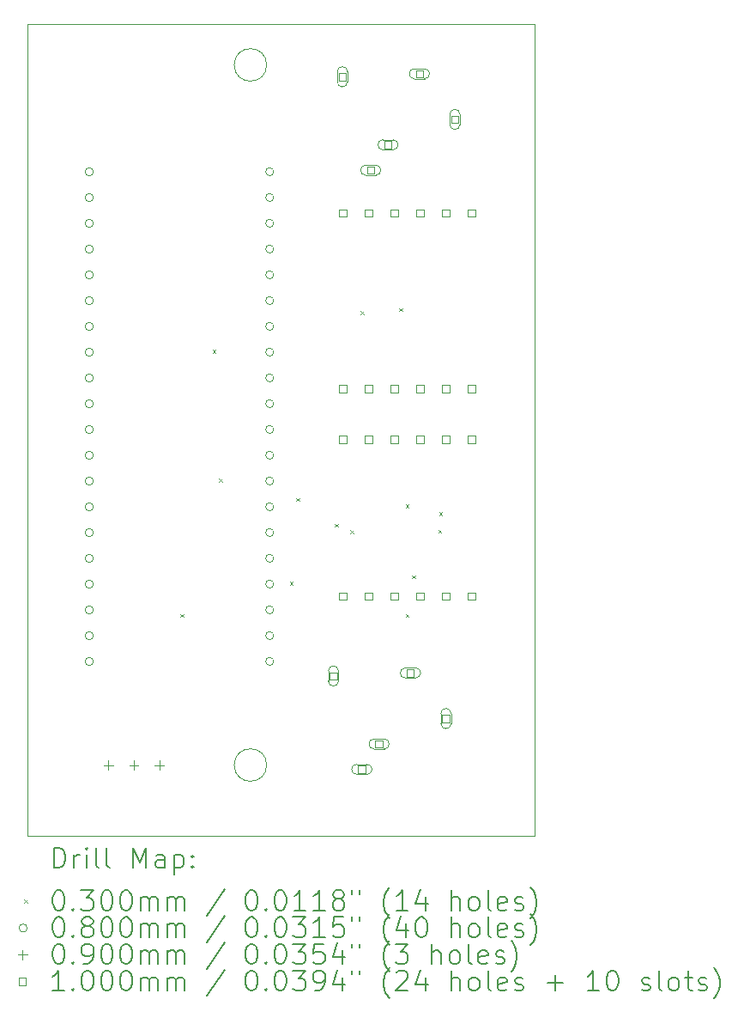
<source format=gbr>
%TF.GenerationSoftware,KiCad,Pcbnew,8.0.8*%
%TF.CreationDate,2025-01-26T13:14:30+09:00*%
%TF.ProjectId,SyncBoard,53796e63-426f-4617-9264-2e6b69636164,rev?*%
%TF.SameCoordinates,Original*%
%TF.FileFunction,Drillmap*%
%TF.FilePolarity,Positive*%
%FSLAX45Y45*%
G04 Gerber Fmt 4.5, Leading zero omitted, Abs format (unit mm)*
G04 Created by KiCad (PCBNEW 8.0.8) date 2025-01-26 13:14:30*
%MOMM*%
%LPD*%
G01*
G04 APERTURE LIST*
%ADD10C,0.050000*%
%ADD11C,0.200000*%
%ADD12C,0.100000*%
G04 APERTURE END LIST*
D10*
X10360000Y-10300000D02*
G75*
G02*
X10040000Y-10300000I-160000J0D01*
G01*
X10040000Y-10300000D02*
G75*
G02*
X10360000Y-10300000I160000J0D01*
G01*
X10360000Y-3400000D02*
G75*
G02*
X10040000Y-3400000I-160000J0D01*
G01*
X10040000Y-3400000D02*
G75*
G02*
X10360000Y-3400000I160000J0D01*
G01*
X8000000Y-3000000D02*
X13000000Y-3000000D01*
X13000000Y-11000000D01*
X8000000Y-11000000D01*
X8000000Y-3000000D01*
D11*
D12*
X9510000Y-8811500D02*
X9540000Y-8841500D01*
X9540000Y-8811500D02*
X9510000Y-8841500D01*
X9827500Y-6208000D02*
X9857500Y-6238000D01*
X9857500Y-6208000D02*
X9827500Y-6238000D01*
X9891000Y-7478000D02*
X9921000Y-7508000D01*
X9921000Y-7478000D02*
X9891000Y-7508000D01*
X10589500Y-8494000D02*
X10619500Y-8524000D01*
X10619500Y-8494000D02*
X10589500Y-8524000D01*
X10653000Y-7668500D02*
X10683000Y-7698500D01*
X10683000Y-7668500D02*
X10653000Y-7698500D01*
X11034000Y-7922500D02*
X11064000Y-7952500D01*
X11064000Y-7922500D02*
X11034000Y-7952500D01*
X11185000Y-7985000D02*
X11215000Y-8015000D01*
X11215000Y-7985000D02*
X11185000Y-8015000D01*
X11288000Y-5827000D02*
X11318000Y-5857000D01*
X11318000Y-5827000D02*
X11288000Y-5857000D01*
X11666200Y-5796800D02*
X11696200Y-5826800D01*
X11696200Y-5796800D02*
X11666200Y-5826800D01*
X11732500Y-7732000D02*
X11762500Y-7762000D01*
X11762500Y-7732000D02*
X11732500Y-7762000D01*
X11732500Y-8811500D02*
X11762500Y-8841500D01*
X11762500Y-8811500D02*
X11732500Y-8841500D01*
X11796000Y-8430500D02*
X11826000Y-8460500D01*
X11826000Y-8430500D02*
X11796000Y-8460500D01*
X12052600Y-7983360D02*
X12082600Y-8013360D01*
X12082600Y-7983360D02*
X12052600Y-8013360D01*
X12060000Y-7810000D02*
X12090000Y-7840000D01*
X12090000Y-7810000D02*
X12060000Y-7840000D01*
X8650000Y-4453000D02*
G75*
G02*
X8570000Y-4453000I-40000J0D01*
G01*
X8570000Y-4453000D02*
G75*
G02*
X8650000Y-4453000I40000J0D01*
G01*
X8650000Y-4707000D02*
G75*
G02*
X8570000Y-4707000I-40000J0D01*
G01*
X8570000Y-4707000D02*
G75*
G02*
X8650000Y-4707000I40000J0D01*
G01*
X8650000Y-4961000D02*
G75*
G02*
X8570000Y-4961000I-40000J0D01*
G01*
X8570000Y-4961000D02*
G75*
G02*
X8650000Y-4961000I40000J0D01*
G01*
X8650000Y-5215000D02*
G75*
G02*
X8570000Y-5215000I-40000J0D01*
G01*
X8570000Y-5215000D02*
G75*
G02*
X8650000Y-5215000I40000J0D01*
G01*
X8650000Y-5469000D02*
G75*
G02*
X8570000Y-5469000I-40000J0D01*
G01*
X8570000Y-5469000D02*
G75*
G02*
X8650000Y-5469000I40000J0D01*
G01*
X8650000Y-5723000D02*
G75*
G02*
X8570000Y-5723000I-40000J0D01*
G01*
X8570000Y-5723000D02*
G75*
G02*
X8650000Y-5723000I40000J0D01*
G01*
X8650000Y-5977000D02*
G75*
G02*
X8570000Y-5977000I-40000J0D01*
G01*
X8570000Y-5977000D02*
G75*
G02*
X8650000Y-5977000I40000J0D01*
G01*
X8650000Y-6231000D02*
G75*
G02*
X8570000Y-6231000I-40000J0D01*
G01*
X8570000Y-6231000D02*
G75*
G02*
X8650000Y-6231000I40000J0D01*
G01*
X8650000Y-6485000D02*
G75*
G02*
X8570000Y-6485000I-40000J0D01*
G01*
X8570000Y-6485000D02*
G75*
G02*
X8650000Y-6485000I40000J0D01*
G01*
X8650000Y-6739000D02*
G75*
G02*
X8570000Y-6739000I-40000J0D01*
G01*
X8570000Y-6739000D02*
G75*
G02*
X8650000Y-6739000I40000J0D01*
G01*
X8650000Y-6993000D02*
G75*
G02*
X8570000Y-6993000I-40000J0D01*
G01*
X8570000Y-6993000D02*
G75*
G02*
X8650000Y-6993000I40000J0D01*
G01*
X8650000Y-7247000D02*
G75*
G02*
X8570000Y-7247000I-40000J0D01*
G01*
X8570000Y-7247000D02*
G75*
G02*
X8650000Y-7247000I40000J0D01*
G01*
X8650000Y-7501000D02*
G75*
G02*
X8570000Y-7501000I-40000J0D01*
G01*
X8570000Y-7501000D02*
G75*
G02*
X8650000Y-7501000I40000J0D01*
G01*
X8650000Y-7755000D02*
G75*
G02*
X8570000Y-7755000I-40000J0D01*
G01*
X8570000Y-7755000D02*
G75*
G02*
X8650000Y-7755000I40000J0D01*
G01*
X8650000Y-8009000D02*
G75*
G02*
X8570000Y-8009000I-40000J0D01*
G01*
X8570000Y-8009000D02*
G75*
G02*
X8650000Y-8009000I40000J0D01*
G01*
X8650000Y-8263000D02*
G75*
G02*
X8570000Y-8263000I-40000J0D01*
G01*
X8570000Y-8263000D02*
G75*
G02*
X8650000Y-8263000I40000J0D01*
G01*
X8650000Y-8517000D02*
G75*
G02*
X8570000Y-8517000I-40000J0D01*
G01*
X8570000Y-8517000D02*
G75*
G02*
X8650000Y-8517000I40000J0D01*
G01*
X8650000Y-8771000D02*
G75*
G02*
X8570000Y-8771000I-40000J0D01*
G01*
X8570000Y-8771000D02*
G75*
G02*
X8650000Y-8771000I40000J0D01*
G01*
X8650000Y-9025000D02*
G75*
G02*
X8570000Y-9025000I-40000J0D01*
G01*
X8570000Y-9025000D02*
G75*
G02*
X8650000Y-9025000I40000J0D01*
G01*
X8650000Y-9279000D02*
G75*
G02*
X8570000Y-9279000I-40000J0D01*
G01*
X8570000Y-9279000D02*
G75*
G02*
X8650000Y-9279000I40000J0D01*
G01*
X10430000Y-4453000D02*
G75*
G02*
X10350000Y-4453000I-40000J0D01*
G01*
X10350000Y-4453000D02*
G75*
G02*
X10430000Y-4453000I40000J0D01*
G01*
X10430000Y-4707000D02*
G75*
G02*
X10350000Y-4707000I-40000J0D01*
G01*
X10350000Y-4707000D02*
G75*
G02*
X10430000Y-4707000I40000J0D01*
G01*
X10430000Y-4961000D02*
G75*
G02*
X10350000Y-4961000I-40000J0D01*
G01*
X10350000Y-4961000D02*
G75*
G02*
X10430000Y-4961000I40000J0D01*
G01*
X10430000Y-5215000D02*
G75*
G02*
X10350000Y-5215000I-40000J0D01*
G01*
X10350000Y-5215000D02*
G75*
G02*
X10430000Y-5215000I40000J0D01*
G01*
X10430000Y-5469000D02*
G75*
G02*
X10350000Y-5469000I-40000J0D01*
G01*
X10350000Y-5469000D02*
G75*
G02*
X10430000Y-5469000I40000J0D01*
G01*
X10430000Y-5723000D02*
G75*
G02*
X10350000Y-5723000I-40000J0D01*
G01*
X10350000Y-5723000D02*
G75*
G02*
X10430000Y-5723000I40000J0D01*
G01*
X10430000Y-5977000D02*
G75*
G02*
X10350000Y-5977000I-40000J0D01*
G01*
X10350000Y-5977000D02*
G75*
G02*
X10430000Y-5977000I40000J0D01*
G01*
X10430000Y-6231000D02*
G75*
G02*
X10350000Y-6231000I-40000J0D01*
G01*
X10350000Y-6231000D02*
G75*
G02*
X10430000Y-6231000I40000J0D01*
G01*
X10430000Y-6485000D02*
G75*
G02*
X10350000Y-6485000I-40000J0D01*
G01*
X10350000Y-6485000D02*
G75*
G02*
X10430000Y-6485000I40000J0D01*
G01*
X10430000Y-6739000D02*
G75*
G02*
X10350000Y-6739000I-40000J0D01*
G01*
X10350000Y-6739000D02*
G75*
G02*
X10430000Y-6739000I40000J0D01*
G01*
X10430000Y-6993000D02*
G75*
G02*
X10350000Y-6993000I-40000J0D01*
G01*
X10350000Y-6993000D02*
G75*
G02*
X10430000Y-6993000I40000J0D01*
G01*
X10430000Y-7247000D02*
G75*
G02*
X10350000Y-7247000I-40000J0D01*
G01*
X10350000Y-7247000D02*
G75*
G02*
X10430000Y-7247000I40000J0D01*
G01*
X10430000Y-7501000D02*
G75*
G02*
X10350000Y-7501000I-40000J0D01*
G01*
X10350000Y-7501000D02*
G75*
G02*
X10430000Y-7501000I40000J0D01*
G01*
X10430000Y-7755000D02*
G75*
G02*
X10350000Y-7755000I-40000J0D01*
G01*
X10350000Y-7755000D02*
G75*
G02*
X10430000Y-7755000I40000J0D01*
G01*
X10430000Y-8009000D02*
G75*
G02*
X10350000Y-8009000I-40000J0D01*
G01*
X10350000Y-8009000D02*
G75*
G02*
X10430000Y-8009000I40000J0D01*
G01*
X10430000Y-8263000D02*
G75*
G02*
X10350000Y-8263000I-40000J0D01*
G01*
X10350000Y-8263000D02*
G75*
G02*
X10430000Y-8263000I40000J0D01*
G01*
X10430000Y-8517000D02*
G75*
G02*
X10350000Y-8517000I-40000J0D01*
G01*
X10350000Y-8517000D02*
G75*
G02*
X10430000Y-8517000I40000J0D01*
G01*
X10430000Y-8771000D02*
G75*
G02*
X10350000Y-8771000I-40000J0D01*
G01*
X10350000Y-8771000D02*
G75*
G02*
X10430000Y-8771000I40000J0D01*
G01*
X10430000Y-9025000D02*
G75*
G02*
X10350000Y-9025000I-40000J0D01*
G01*
X10350000Y-9025000D02*
G75*
G02*
X10430000Y-9025000I40000J0D01*
G01*
X10430000Y-9279000D02*
G75*
G02*
X10350000Y-9279000I-40000J0D01*
G01*
X10350000Y-9279000D02*
G75*
G02*
X10430000Y-9279000I40000J0D01*
G01*
X8800000Y-10255000D02*
X8800000Y-10345000D01*
X8755000Y-10300000D02*
X8845000Y-10300000D01*
X9050000Y-10255000D02*
X9050000Y-10345000D01*
X9005000Y-10300000D02*
X9095000Y-10300000D01*
X9300000Y-10255000D02*
X9300000Y-10345000D01*
X9255000Y-10300000D02*
X9345000Y-10300000D01*
X11053856Y-9457856D02*
X11053856Y-9387144D01*
X10983144Y-9387144D01*
X10983144Y-9457856D01*
X11053856Y-9457856D01*
X10968500Y-9372500D02*
X10968500Y-9472500D01*
X11068500Y-9472500D02*
G75*
G02*
X10968500Y-9472500I-50000J0D01*
G01*
X11068500Y-9472500D02*
X11068500Y-9372500D01*
X11068500Y-9372500D02*
G75*
G03*
X10968500Y-9372500I-50000J0D01*
G01*
X11142356Y-3552356D02*
X11142356Y-3481644D01*
X11071644Y-3481644D01*
X11071644Y-3552356D01*
X11142356Y-3552356D01*
X11057000Y-3467000D02*
X11057000Y-3567000D01*
X11157000Y-3567000D02*
G75*
G02*
X11057000Y-3567000I-50000J0D01*
G01*
X11157000Y-3567000D02*
X11157000Y-3467000D01*
X11157000Y-3467000D02*
G75*
G03*
X11057000Y-3467000I-50000J0D01*
G01*
X11147856Y-4896856D02*
X11147856Y-4826144D01*
X11077144Y-4826144D01*
X11077144Y-4896856D01*
X11147856Y-4896856D01*
X11147856Y-6627856D02*
X11147856Y-6557144D01*
X11077144Y-6557144D01*
X11077144Y-6627856D01*
X11147856Y-6627856D01*
X11147856Y-7127856D02*
X11147856Y-7057144D01*
X11077144Y-7057144D01*
X11077144Y-7127856D01*
X11147856Y-7127856D01*
X11147856Y-8671356D02*
X11147856Y-8600644D01*
X11077144Y-8600644D01*
X11077144Y-8671356D01*
X11147856Y-8671356D01*
X11333856Y-10377856D02*
X11333856Y-10307144D01*
X11263144Y-10307144D01*
X11263144Y-10377856D01*
X11333856Y-10377856D01*
X11348500Y-10292500D02*
X11248500Y-10292500D01*
X11248500Y-10392500D02*
G75*
G02*
X11248500Y-10292500I0J50000D01*
G01*
X11248500Y-10392500D02*
X11348500Y-10392500D01*
X11348500Y-10392500D02*
G75*
G03*
X11348500Y-10292500I0J50000D01*
G01*
X11401856Y-4896856D02*
X11401856Y-4826144D01*
X11331144Y-4826144D01*
X11331144Y-4896856D01*
X11401856Y-4896856D01*
X11401856Y-6627856D02*
X11401856Y-6557144D01*
X11331144Y-6557144D01*
X11331144Y-6627856D01*
X11401856Y-6627856D01*
X11401856Y-7127856D02*
X11401856Y-7057144D01*
X11331144Y-7057144D01*
X11331144Y-7127856D01*
X11401856Y-7127856D01*
X11401856Y-8671356D02*
X11401856Y-8600644D01*
X11331144Y-8600644D01*
X11331144Y-8671356D01*
X11401856Y-8671356D01*
X11422356Y-4472356D02*
X11422356Y-4401644D01*
X11351644Y-4401644D01*
X11351644Y-4472356D01*
X11422356Y-4472356D01*
X11437000Y-4387000D02*
X11337000Y-4387000D01*
X11337000Y-4487000D02*
G75*
G02*
X11337000Y-4387000I0J50000D01*
G01*
X11337000Y-4487000D02*
X11437000Y-4487000D01*
X11437000Y-4487000D02*
G75*
G03*
X11437000Y-4387000I0J50000D01*
G01*
X11503856Y-10127856D02*
X11503856Y-10057144D01*
X11433144Y-10057144D01*
X11433144Y-10127856D01*
X11503856Y-10127856D01*
X11518500Y-10042500D02*
X11418500Y-10042500D01*
X11418500Y-10142500D02*
G75*
G02*
X11418500Y-10042500I0J50000D01*
G01*
X11418500Y-10142500D02*
X11518500Y-10142500D01*
X11518500Y-10142500D02*
G75*
G03*
X11518500Y-10042500I0J50000D01*
G01*
X11592356Y-4222356D02*
X11592356Y-4151644D01*
X11521644Y-4151644D01*
X11521644Y-4222356D01*
X11592356Y-4222356D01*
X11607000Y-4137000D02*
X11507000Y-4137000D01*
X11507000Y-4237000D02*
G75*
G02*
X11507000Y-4137000I0J50000D01*
G01*
X11507000Y-4237000D02*
X11607000Y-4237000D01*
X11607000Y-4237000D02*
G75*
G03*
X11607000Y-4137000I0J50000D01*
G01*
X11655856Y-4896856D02*
X11655856Y-4826144D01*
X11585144Y-4826144D01*
X11585144Y-4896856D01*
X11655856Y-4896856D01*
X11655856Y-6627856D02*
X11655856Y-6557144D01*
X11585144Y-6557144D01*
X11585144Y-6627856D01*
X11655856Y-6627856D01*
X11655856Y-7127856D02*
X11655856Y-7057144D01*
X11585144Y-7057144D01*
X11585144Y-7127856D01*
X11655856Y-7127856D01*
X11655856Y-8671356D02*
X11655856Y-8600644D01*
X11585144Y-8600644D01*
X11585144Y-8671356D01*
X11655856Y-8671356D01*
X11813856Y-9427856D02*
X11813856Y-9357144D01*
X11743144Y-9357144D01*
X11743144Y-9427856D01*
X11813856Y-9427856D01*
X11828500Y-9342500D02*
X11728500Y-9342500D01*
X11728500Y-9442500D02*
G75*
G02*
X11728500Y-9342500I0J50000D01*
G01*
X11728500Y-9442500D02*
X11828500Y-9442500D01*
X11828500Y-9442500D02*
G75*
G03*
X11828500Y-9342500I0J50000D01*
G01*
X11902356Y-3522356D02*
X11902356Y-3451644D01*
X11831644Y-3451644D01*
X11831644Y-3522356D01*
X11902356Y-3522356D01*
X11917000Y-3437000D02*
X11817000Y-3437000D01*
X11817000Y-3537000D02*
G75*
G02*
X11817000Y-3437000I0J50000D01*
G01*
X11817000Y-3537000D02*
X11917000Y-3537000D01*
X11917000Y-3537000D02*
G75*
G03*
X11917000Y-3437000I0J50000D01*
G01*
X11909856Y-4896856D02*
X11909856Y-4826144D01*
X11839144Y-4826144D01*
X11839144Y-4896856D01*
X11909856Y-4896856D01*
X11909856Y-6627856D02*
X11909856Y-6557144D01*
X11839144Y-6557144D01*
X11839144Y-6627856D01*
X11909856Y-6627856D01*
X11909856Y-7127856D02*
X11909856Y-7057144D01*
X11839144Y-7057144D01*
X11839144Y-7127856D01*
X11909856Y-7127856D01*
X11909856Y-8671356D02*
X11909856Y-8600644D01*
X11839144Y-8600644D01*
X11839144Y-8671356D01*
X11909856Y-8671356D01*
X12163856Y-4896856D02*
X12163856Y-4826144D01*
X12093144Y-4826144D01*
X12093144Y-4896856D01*
X12163856Y-4896856D01*
X12163856Y-6627856D02*
X12163856Y-6557144D01*
X12093144Y-6557144D01*
X12093144Y-6627856D01*
X12163856Y-6627856D01*
X12163856Y-7127856D02*
X12163856Y-7057144D01*
X12093144Y-7057144D01*
X12093144Y-7127856D01*
X12163856Y-7127856D01*
X12163856Y-8671356D02*
X12163856Y-8600644D01*
X12093144Y-8600644D01*
X12093144Y-8671356D01*
X12163856Y-8671356D01*
X12163856Y-9877856D02*
X12163856Y-9807144D01*
X12093144Y-9807144D01*
X12093144Y-9877856D01*
X12163856Y-9877856D01*
X12178500Y-9892500D02*
X12178500Y-9792500D01*
X12078500Y-9792500D02*
G75*
G02*
X12178500Y-9792500I50000J0D01*
G01*
X12078500Y-9792500D02*
X12078500Y-9892500D01*
X12078500Y-9892500D02*
G75*
G03*
X12178500Y-9892500I50000J0D01*
G01*
X12252356Y-3972356D02*
X12252356Y-3901644D01*
X12181644Y-3901644D01*
X12181644Y-3972356D01*
X12252356Y-3972356D01*
X12267000Y-3987000D02*
X12267000Y-3887000D01*
X12167000Y-3887000D02*
G75*
G02*
X12267000Y-3887000I50000J0D01*
G01*
X12167000Y-3887000D02*
X12167000Y-3987000D01*
X12167000Y-3987000D02*
G75*
G03*
X12267000Y-3987000I50000J0D01*
G01*
X12417856Y-4896856D02*
X12417856Y-4826144D01*
X12347144Y-4826144D01*
X12347144Y-4896856D01*
X12417856Y-4896856D01*
X12417856Y-6627856D02*
X12417856Y-6557144D01*
X12347144Y-6557144D01*
X12347144Y-6627856D01*
X12417856Y-6627856D01*
X12417856Y-7127856D02*
X12417856Y-7057144D01*
X12347144Y-7057144D01*
X12347144Y-7127856D01*
X12417856Y-7127856D01*
X12417856Y-8671356D02*
X12417856Y-8600644D01*
X12347144Y-8600644D01*
X12347144Y-8671356D01*
X12417856Y-8671356D01*
D11*
X8258277Y-11313984D02*
X8258277Y-11113984D01*
X8258277Y-11113984D02*
X8305896Y-11113984D01*
X8305896Y-11113984D02*
X8334467Y-11123508D01*
X8334467Y-11123508D02*
X8353515Y-11142555D01*
X8353515Y-11142555D02*
X8363039Y-11161603D01*
X8363039Y-11161603D02*
X8372562Y-11199698D01*
X8372562Y-11199698D02*
X8372562Y-11228269D01*
X8372562Y-11228269D02*
X8363039Y-11266365D01*
X8363039Y-11266365D02*
X8353515Y-11285412D01*
X8353515Y-11285412D02*
X8334467Y-11304460D01*
X8334467Y-11304460D02*
X8305896Y-11313984D01*
X8305896Y-11313984D02*
X8258277Y-11313984D01*
X8458277Y-11313984D02*
X8458277Y-11180650D01*
X8458277Y-11218746D02*
X8467801Y-11199698D01*
X8467801Y-11199698D02*
X8477324Y-11190174D01*
X8477324Y-11190174D02*
X8496372Y-11180650D01*
X8496372Y-11180650D02*
X8515420Y-11180650D01*
X8582086Y-11313984D02*
X8582086Y-11180650D01*
X8582086Y-11113984D02*
X8572563Y-11123508D01*
X8572563Y-11123508D02*
X8582086Y-11133031D01*
X8582086Y-11133031D02*
X8591610Y-11123508D01*
X8591610Y-11123508D02*
X8582086Y-11113984D01*
X8582086Y-11113984D02*
X8582086Y-11133031D01*
X8705896Y-11313984D02*
X8686848Y-11304460D01*
X8686848Y-11304460D02*
X8677324Y-11285412D01*
X8677324Y-11285412D02*
X8677324Y-11113984D01*
X8810658Y-11313984D02*
X8791610Y-11304460D01*
X8791610Y-11304460D02*
X8782086Y-11285412D01*
X8782086Y-11285412D02*
X8782086Y-11113984D01*
X9039229Y-11313984D02*
X9039229Y-11113984D01*
X9039229Y-11113984D02*
X9105896Y-11256841D01*
X9105896Y-11256841D02*
X9172563Y-11113984D01*
X9172563Y-11113984D02*
X9172563Y-11313984D01*
X9353515Y-11313984D02*
X9353515Y-11209222D01*
X9353515Y-11209222D02*
X9343991Y-11190174D01*
X9343991Y-11190174D02*
X9324944Y-11180650D01*
X9324944Y-11180650D02*
X9286848Y-11180650D01*
X9286848Y-11180650D02*
X9267801Y-11190174D01*
X9353515Y-11304460D02*
X9334467Y-11313984D01*
X9334467Y-11313984D02*
X9286848Y-11313984D01*
X9286848Y-11313984D02*
X9267801Y-11304460D01*
X9267801Y-11304460D02*
X9258277Y-11285412D01*
X9258277Y-11285412D02*
X9258277Y-11266365D01*
X9258277Y-11266365D02*
X9267801Y-11247317D01*
X9267801Y-11247317D02*
X9286848Y-11237793D01*
X9286848Y-11237793D02*
X9334467Y-11237793D01*
X9334467Y-11237793D02*
X9353515Y-11228269D01*
X9448753Y-11180650D02*
X9448753Y-11380650D01*
X9448753Y-11190174D02*
X9467801Y-11180650D01*
X9467801Y-11180650D02*
X9505896Y-11180650D01*
X9505896Y-11180650D02*
X9524944Y-11190174D01*
X9524944Y-11190174D02*
X9534467Y-11199698D01*
X9534467Y-11199698D02*
X9543991Y-11218746D01*
X9543991Y-11218746D02*
X9543991Y-11275888D01*
X9543991Y-11275888D02*
X9534467Y-11294936D01*
X9534467Y-11294936D02*
X9524944Y-11304460D01*
X9524944Y-11304460D02*
X9505896Y-11313984D01*
X9505896Y-11313984D02*
X9467801Y-11313984D01*
X9467801Y-11313984D02*
X9448753Y-11304460D01*
X9629705Y-11294936D02*
X9639229Y-11304460D01*
X9639229Y-11304460D02*
X9629705Y-11313984D01*
X9629705Y-11313984D02*
X9620182Y-11304460D01*
X9620182Y-11304460D02*
X9629705Y-11294936D01*
X9629705Y-11294936D02*
X9629705Y-11313984D01*
X9629705Y-11190174D02*
X9639229Y-11199698D01*
X9639229Y-11199698D02*
X9629705Y-11209222D01*
X9629705Y-11209222D02*
X9620182Y-11199698D01*
X9620182Y-11199698D02*
X9629705Y-11190174D01*
X9629705Y-11190174D02*
X9629705Y-11209222D01*
D12*
X7967500Y-11627500D02*
X7997500Y-11657500D01*
X7997500Y-11627500D02*
X7967500Y-11657500D01*
D11*
X8296372Y-11533984D02*
X8315420Y-11533984D01*
X8315420Y-11533984D02*
X8334467Y-11543508D01*
X8334467Y-11543508D02*
X8343991Y-11553031D01*
X8343991Y-11553031D02*
X8353515Y-11572079D01*
X8353515Y-11572079D02*
X8363039Y-11610174D01*
X8363039Y-11610174D02*
X8363039Y-11657793D01*
X8363039Y-11657793D02*
X8353515Y-11695888D01*
X8353515Y-11695888D02*
X8343991Y-11714936D01*
X8343991Y-11714936D02*
X8334467Y-11724460D01*
X8334467Y-11724460D02*
X8315420Y-11733984D01*
X8315420Y-11733984D02*
X8296372Y-11733984D01*
X8296372Y-11733984D02*
X8277324Y-11724460D01*
X8277324Y-11724460D02*
X8267801Y-11714936D01*
X8267801Y-11714936D02*
X8258277Y-11695888D01*
X8258277Y-11695888D02*
X8248753Y-11657793D01*
X8248753Y-11657793D02*
X8248753Y-11610174D01*
X8248753Y-11610174D02*
X8258277Y-11572079D01*
X8258277Y-11572079D02*
X8267801Y-11553031D01*
X8267801Y-11553031D02*
X8277324Y-11543508D01*
X8277324Y-11543508D02*
X8296372Y-11533984D01*
X8448753Y-11714936D02*
X8458277Y-11724460D01*
X8458277Y-11724460D02*
X8448753Y-11733984D01*
X8448753Y-11733984D02*
X8439229Y-11724460D01*
X8439229Y-11724460D02*
X8448753Y-11714936D01*
X8448753Y-11714936D02*
X8448753Y-11733984D01*
X8524944Y-11533984D02*
X8648753Y-11533984D01*
X8648753Y-11533984D02*
X8582086Y-11610174D01*
X8582086Y-11610174D02*
X8610658Y-11610174D01*
X8610658Y-11610174D02*
X8629705Y-11619698D01*
X8629705Y-11619698D02*
X8639229Y-11629222D01*
X8639229Y-11629222D02*
X8648753Y-11648269D01*
X8648753Y-11648269D02*
X8648753Y-11695888D01*
X8648753Y-11695888D02*
X8639229Y-11714936D01*
X8639229Y-11714936D02*
X8629705Y-11724460D01*
X8629705Y-11724460D02*
X8610658Y-11733984D01*
X8610658Y-11733984D02*
X8553515Y-11733984D01*
X8553515Y-11733984D02*
X8534467Y-11724460D01*
X8534467Y-11724460D02*
X8524944Y-11714936D01*
X8772563Y-11533984D02*
X8791610Y-11533984D01*
X8791610Y-11533984D02*
X8810658Y-11543508D01*
X8810658Y-11543508D02*
X8820182Y-11553031D01*
X8820182Y-11553031D02*
X8829705Y-11572079D01*
X8829705Y-11572079D02*
X8839229Y-11610174D01*
X8839229Y-11610174D02*
X8839229Y-11657793D01*
X8839229Y-11657793D02*
X8829705Y-11695888D01*
X8829705Y-11695888D02*
X8820182Y-11714936D01*
X8820182Y-11714936D02*
X8810658Y-11724460D01*
X8810658Y-11724460D02*
X8791610Y-11733984D01*
X8791610Y-11733984D02*
X8772563Y-11733984D01*
X8772563Y-11733984D02*
X8753515Y-11724460D01*
X8753515Y-11724460D02*
X8743991Y-11714936D01*
X8743991Y-11714936D02*
X8734467Y-11695888D01*
X8734467Y-11695888D02*
X8724944Y-11657793D01*
X8724944Y-11657793D02*
X8724944Y-11610174D01*
X8724944Y-11610174D02*
X8734467Y-11572079D01*
X8734467Y-11572079D02*
X8743991Y-11553031D01*
X8743991Y-11553031D02*
X8753515Y-11543508D01*
X8753515Y-11543508D02*
X8772563Y-11533984D01*
X8963039Y-11533984D02*
X8982086Y-11533984D01*
X8982086Y-11533984D02*
X9001134Y-11543508D01*
X9001134Y-11543508D02*
X9010658Y-11553031D01*
X9010658Y-11553031D02*
X9020182Y-11572079D01*
X9020182Y-11572079D02*
X9029705Y-11610174D01*
X9029705Y-11610174D02*
X9029705Y-11657793D01*
X9029705Y-11657793D02*
X9020182Y-11695888D01*
X9020182Y-11695888D02*
X9010658Y-11714936D01*
X9010658Y-11714936D02*
X9001134Y-11724460D01*
X9001134Y-11724460D02*
X8982086Y-11733984D01*
X8982086Y-11733984D02*
X8963039Y-11733984D01*
X8963039Y-11733984D02*
X8943991Y-11724460D01*
X8943991Y-11724460D02*
X8934467Y-11714936D01*
X8934467Y-11714936D02*
X8924944Y-11695888D01*
X8924944Y-11695888D02*
X8915420Y-11657793D01*
X8915420Y-11657793D02*
X8915420Y-11610174D01*
X8915420Y-11610174D02*
X8924944Y-11572079D01*
X8924944Y-11572079D02*
X8934467Y-11553031D01*
X8934467Y-11553031D02*
X8943991Y-11543508D01*
X8943991Y-11543508D02*
X8963039Y-11533984D01*
X9115420Y-11733984D02*
X9115420Y-11600650D01*
X9115420Y-11619698D02*
X9124944Y-11610174D01*
X9124944Y-11610174D02*
X9143991Y-11600650D01*
X9143991Y-11600650D02*
X9172563Y-11600650D01*
X9172563Y-11600650D02*
X9191610Y-11610174D01*
X9191610Y-11610174D02*
X9201134Y-11629222D01*
X9201134Y-11629222D02*
X9201134Y-11733984D01*
X9201134Y-11629222D02*
X9210658Y-11610174D01*
X9210658Y-11610174D02*
X9229705Y-11600650D01*
X9229705Y-11600650D02*
X9258277Y-11600650D01*
X9258277Y-11600650D02*
X9277325Y-11610174D01*
X9277325Y-11610174D02*
X9286848Y-11629222D01*
X9286848Y-11629222D02*
X9286848Y-11733984D01*
X9382086Y-11733984D02*
X9382086Y-11600650D01*
X9382086Y-11619698D02*
X9391610Y-11610174D01*
X9391610Y-11610174D02*
X9410658Y-11600650D01*
X9410658Y-11600650D02*
X9439229Y-11600650D01*
X9439229Y-11600650D02*
X9458277Y-11610174D01*
X9458277Y-11610174D02*
X9467801Y-11629222D01*
X9467801Y-11629222D02*
X9467801Y-11733984D01*
X9467801Y-11629222D02*
X9477325Y-11610174D01*
X9477325Y-11610174D02*
X9496372Y-11600650D01*
X9496372Y-11600650D02*
X9524944Y-11600650D01*
X9524944Y-11600650D02*
X9543991Y-11610174D01*
X9543991Y-11610174D02*
X9553515Y-11629222D01*
X9553515Y-11629222D02*
X9553515Y-11733984D01*
X9943991Y-11524460D02*
X9772563Y-11781603D01*
X10201134Y-11533984D02*
X10220182Y-11533984D01*
X10220182Y-11533984D02*
X10239229Y-11543508D01*
X10239229Y-11543508D02*
X10248753Y-11553031D01*
X10248753Y-11553031D02*
X10258277Y-11572079D01*
X10258277Y-11572079D02*
X10267801Y-11610174D01*
X10267801Y-11610174D02*
X10267801Y-11657793D01*
X10267801Y-11657793D02*
X10258277Y-11695888D01*
X10258277Y-11695888D02*
X10248753Y-11714936D01*
X10248753Y-11714936D02*
X10239229Y-11724460D01*
X10239229Y-11724460D02*
X10220182Y-11733984D01*
X10220182Y-11733984D02*
X10201134Y-11733984D01*
X10201134Y-11733984D02*
X10182087Y-11724460D01*
X10182087Y-11724460D02*
X10172563Y-11714936D01*
X10172563Y-11714936D02*
X10163039Y-11695888D01*
X10163039Y-11695888D02*
X10153515Y-11657793D01*
X10153515Y-11657793D02*
X10153515Y-11610174D01*
X10153515Y-11610174D02*
X10163039Y-11572079D01*
X10163039Y-11572079D02*
X10172563Y-11553031D01*
X10172563Y-11553031D02*
X10182087Y-11543508D01*
X10182087Y-11543508D02*
X10201134Y-11533984D01*
X10353515Y-11714936D02*
X10363039Y-11724460D01*
X10363039Y-11724460D02*
X10353515Y-11733984D01*
X10353515Y-11733984D02*
X10343991Y-11724460D01*
X10343991Y-11724460D02*
X10353515Y-11714936D01*
X10353515Y-11714936D02*
X10353515Y-11733984D01*
X10486848Y-11533984D02*
X10505896Y-11533984D01*
X10505896Y-11533984D02*
X10524944Y-11543508D01*
X10524944Y-11543508D02*
X10534468Y-11553031D01*
X10534468Y-11553031D02*
X10543991Y-11572079D01*
X10543991Y-11572079D02*
X10553515Y-11610174D01*
X10553515Y-11610174D02*
X10553515Y-11657793D01*
X10553515Y-11657793D02*
X10543991Y-11695888D01*
X10543991Y-11695888D02*
X10534468Y-11714936D01*
X10534468Y-11714936D02*
X10524944Y-11724460D01*
X10524944Y-11724460D02*
X10505896Y-11733984D01*
X10505896Y-11733984D02*
X10486848Y-11733984D01*
X10486848Y-11733984D02*
X10467801Y-11724460D01*
X10467801Y-11724460D02*
X10458277Y-11714936D01*
X10458277Y-11714936D02*
X10448753Y-11695888D01*
X10448753Y-11695888D02*
X10439229Y-11657793D01*
X10439229Y-11657793D02*
X10439229Y-11610174D01*
X10439229Y-11610174D02*
X10448753Y-11572079D01*
X10448753Y-11572079D02*
X10458277Y-11553031D01*
X10458277Y-11553031D02*
X10467801Y-11543508D01*
X10467801Y-11543508D02*
X10486848Y-11533984D01*
X10743991Y-11733984D02*
X10629706Y-11733984D01*
X10686848Y-11733984D02*
X10686848Y-11533984D01*
X10686848Y-11533984D02*
X10667801Y-11562555D01*
X10667801Y-11562555D02*
X10648753Y-11581603D01*
X10648753Y-11581603D02*
X10629706Y-11591127D01*
X10934468Y-11733984D02*
X10820182Y-11733984D01*
X10877325Y-11733984D02*
X10877325Y-11533984D01*
X10877325Y-11533984D02*
X10858277Y-11562555D01*
X10858277Y-11562555D02*
X10839229Y-11581603D01*
X10839229Y-11581603D02*
X10820182Y-11591127D01*
X11048753Y-11619698D02*
X11029706Y-11610174D01*
X11029706Y-11610174D02*
X11020182Y-11600650D01*
X11020182Y-11600650D02*
X11010658Y-11581603D01*
X11010658Y-11581603D02*
X11010658Y-11572079D01*
X11010658Y-11572079D02*
X11020182Y-11553031D01*
X11020182Y-11553031D02*
X11029706Y-11543508D01*
X11029706Y-11543508D02*
X11048753Y-11533984D01*
X11048753Y-11533984D02*
X11086849Y-11533984D01*
X11086849Y-11533984D02*
X11105896Y-11543508D01*
X11105896Y-11543508D02*
X11115420Y-11553031D01*
X11115420Y-11553031D02*
X11124944Y-11572079D01*
X11124944Y-11572079D02*
X11124944Y-11581603D01*
X11124944Y-11581603D02*
X11115420Y-11600650D01*
X11115420Y-11600650D02*
X11105896Y-11610174D01*
X11105896Y-11610174D02*
X11086849Y-11619698D01*
X11086849Y-11619698D02*
X11048753Y-11619698D01*
X11048753Y-11619698D02*
X11029706Y-11629222D01*
X11029706Y-11629222D02*
X11020182Y-11638746D01*
X11020182Y-11638746D02*
X11010658Y-11657793D01*
X11010658Y-11657793D02*
X11010658Y-11695888D01*
X11010658Y-11695888D02*
X11020182Y-11714936D01*
X11020182Y-11714936D02*
X11029706Y-11724460D01*
X11029706Y-11724460D02*
X11048753Y-11733984D01*
X11048753Y-11733984D02*
X11086849Y-11733984D01*
X11086849Y-11733984D02*
X11105896Y-11724460D01*
X11105896Y-11724460D02*
X11115420Y-11714936D01*
X11115420Y-11714936D02*
X11124944Y-11695888D01*
X11124944Y-11695888D02*
X11124944Y-11657793D01*
X11124944Y-11657793D02*
X11115420Y-11638746D01*
X11115420Y-11638746D02*
X11105896Y-11629222D01*
X11105896Y-11629222D02*
X11086849Y-11619698D01*
X11201134Y-11533984D02*
X11201134Y-11572079D01*
X11277325Y-11533984D02*
X11277325Y-11572079D01*
X11572563Y-11810174D02*
X11563039Y-11800650D01*
X11563039Y-11800650D02*
X11543991Y-11772079D01*
X11543991Y-11772079D02*
X11534468Y-11753031D01*
X11534468Y-11753031D02*
X11524944Y-11724460D01*
X11524944Y-11724460D02*
X11515420Y-11676841D01*
X11515420Y-11676841D02*
X11515420Y-11638746D01*
X11515420Y-11638746D02*
X11524944Y-11591127D01*
X11524944Y-11591127D02*
X11534468Y-11562555D01*
X11534468Y-11562555D02*
X11543991Y-11543508D01*
X11543991Y-11543508D02*
X11563039Y-11514936D01*
X11563039Y-11514936D02*
X11572563Y-11505412D01*
X11753515Y-11733984D02*
X11639229Y-11733984D01*
X11696372Y-11733984D02*
X11696372Y-11533984D01*
X11696372Y-11533984D02*
X11677325Y-11562555D01*
X11677325Y-11562555D02*
X11658277Y-11581603D01*
X11658277Y-11581603D02*
X11639229Y-11591127D01*
X11924944Y-11600650D02*
X11924944Y-11733984D01*
X11877325Y-11524460D02*
X11829706Y-11667317D01*
X11829706Y-11667317D02*
X11953515Y-11667317D01*
X12182087Y-11733984D02*
X12182087Y-11533984D01*
X12267801Y-11733984D02*
X12267801Y-11629222D01*
X12267801Y-11629222D02*
X12258277Y-11610174D01*
X12258277Y-11610174D02*
X12239230Y-11600650D01*
X12239230Y-11600650D02*
X12210658Y-11600650D01*
X12210658Y-11600650D02*
X12191610Y-11610174D01*
X12191610Y-11610174D02*
X12182087Y-11619698D01*
X12391610Y-11733984D02*
X12372563Y-11724460D01*
X12372563Y-11724460D02*
X12363039Y-11714936D01*
X12363039Y-11714936D02*
X12353515Y-11695888D01*
X12353515Y-11695888D02*
X12353515Y-11638746D01*
X12353515Y-11638746D02*
X12363039Y-11619698D01*
X12363039Y-11619698D02*
X12372563Y-11610174D01*
X12372563Y-11610174D02*
X12391610Y-11600650D01*
X12391610Y-11600650D02*
X12420182Y-11600650D01*
X12420182Y-11600650D02*
X12439230Y-11610174D01*
X12439230Y-11610174D02*
X12448753Y-11619698D01*
X12448753Y-11619698D02*
X12458277Y-11638746D01*
X12458277Y-11638746D02*
X12458277Y-11695888D01*
X12458277Y-11695888D02*
X12448753Y-11714936D01*
X12448753Y-11714936D02*
X12439230Y-11724460D01*
X12439230Y-11724460D02*
X12420182Y-11733984D01*
X12420182Y-11733984D02*
X12391610Y-11733984D01*
X12572563Y-11733984D02*
X12553515Y-11724460D01*
X12553515Y-11724460D02*
X12543991Y-11705412D01*
X12543991Y-11705412D02*
X12543991Y-11533984D01*
X12724944Y-11724460D02*
X12705896Y-11733984D01*
X12705896Y-11733984D02*
X12667801Y-11733984D01*
X12667801Y-11733984D02*
X12648753Y-11724460D01*
X12648753Y-11724460D02*
X12639230Y-11705412D01*
X12639230Y-11705412D02*
X12639230Y-11629222D01*
X12639230Y-11629222D02*
X12648753Y-11610174D01*
X12648753Y-11610174D02*
X12667801Y-11600650D01*
X12667801Y-11600650D02*
X12705896Y-11600650D01*
X12705896Y-11600650D02*
X12724944Y-11610174D01*
X12724944Y-11610174D02*
X12734468Y-11629222D01*
X12734468Y-11629222D02*
X12734468Y-11648269D01*
X12734468Y-11648269D02*
X12639230Y-11667317D01*
X12810658Y-11724460D02*
X12829706Y-11733984D01*
X12829706Y-11733984D02*
X12867801Y-11733984D01*
X12867801Y-11733984D02*
X12886849Y-11724460D01*
X12886849Y-11724460D02*
X12896372Y-11705412D01*
X12896372Y-11705412D02*
X12896372Y-11695888D01*
X12896372Y-11695888D02*
X12886849Y-11676841D01*
X12886849Y-11676841D02*
X12867801Y-11667317D01*
X12867801Y-11667317D02*
X12839230Y-11667317D01*
X12839230Y-11667317D02*
X12820182Y-11657793D01*
X12820182Y-11657793D02*
X12810658Y-11638746D01*
X12810658Y-11638746D02*
X12810658Y-11629222D01*
X12810658Y-11629222D02*
X12820182Y-11610174D01*
X12820182Y-11610174D02*
X12839230Y-11600650D01*
X12839230Y-11600650D02*
X12867801Y-11600650D01*
X12867801Y-11600650D02*
X12886849Y-11610174D01*
X12963039Y-11810174D02*
X12972563Y-11800650D01*
X12972563Y-11800650D02*
X12991611Y-11772079D01*
X12991611Y-11772079D02*
X13001134Y-11753031D01*
X13001134Y-11753031D02*
X13010658Y-11724460D01*
X13010658Y-11724460D02*
X13020182Y-11676841D01*
X13020182Y-11676841D02*
X13020182Y-11638746D01*
X13020182Y-11638746D02*
X13010658Y-11591127D01*
X13010658Y-11591127D02*
X13001134Y-11562555D01*
X13001134Y-11562555D02*
X12991611Y-11543508D01*
X12991611Y-11543508D02*
X12972563Y-11514936D01*
X12972563Y-11514936D02*
X12963039Y-11505412D01*
D12*
X7997500Y-11906500D02*
G75*
G02*
X7917500Y-11906500I-40000J0D01*
G01*
X7917500Y-11906500D02*
G75*
G02*
X7997500Y-11906500I40000J0D01*
G01*
D11*
X8296372Y-11797984D02*
X8315420Y-11797984D01*
X8315420Y-11797984D02*
X8334467Y-11807508D01*
X8334467Y-11807508D02*
X8343991Y-11817031D01*
X8343991Y-11817031D02*
X8353515Y-11836079D01*
X8353515Y-11836079D02*
X8363039Y-11874174D01*
X8363039Y-11874174D02*
X8363039Y-11921793D01*
X8363039Y-11921793D02*
X8353515Y-11959888D01*
X8353515Y-11959888D02*
X8343991Y-11978936D01*
X8343991Y-11978936D02*
X8334467Y-11988460D01*
X8334467Y-11988460D02*
X8315420Y-11997984D01*
X8315420Y-11997984D02*
X8296372Y-11997984D01*
X8296372Y-11997984D02*
X8277324Y-11988460D01*
X8277324Y-11988460D02*
X8267801Y-11978936D01*
X8267801Y-11978936D02*
X8258277Y-11959888D01*
X8258277Y-11959888D02*
X8248753Y-11921793D01*
X8248753Y-11921793D02*
X8248753Y-11874174D01*
X8248753Y-11874174D02*
X8258277Y-11836079D01*
X8258277Y-11836079D02*
X8267801Y-11817031D01*
X8267801Y-11817031D02*
X8277324Y-11807508D01*
X8277324Y-11807508D02*
X8296372Y-11797984D01*
X8448753Y-11978936D02*
X8458277Y-11988460D01*
X8458277Y-11988460D02*
X8448753Y-11997984D01*
X8448753Y-11997984D02*
X8439229Y-11988460D01*
X8439229Y-11988460D02*
X8448753Y-11978936D01*
X8448753Y-11978936D02*
X8448753Y-11997984D01*
X8572563Y-11883698D02*
X8553515Y-11874174D01*
X8553515Y-11874174D02*
X8543991Y-11864650D01*
X8543991Y-11864650D02*
X8534467Y-11845603D01*
X8534467Y-11845603D02*
X8534467Y-11836079D01*
X8534467Y-11836079D02*
X8543991Y-11817031D01*
X8543991Y-11817031D02*
X8553515Y-11807508D01*
X8553515Y-11807508D02*
X8572563Y-11797984D01*
X8572563Y-11797984D02*
X8610658Y-11797984D01*
X8610658Y-11797984D02*
X8629705Y-11807508D01*
X8629705Y-11807508D02*
X8639229Y-11817031D01*
X8639229Y-11817031D02*
X8648753Y-11836079D01*
X8648753Y-11836079D02*
X8648753Y-11845603D01*
X8648753Y-11845603D02*
X8639229Y-11864650D01*
X8639229Y-11864650D02*
X8629705Y-11874174D01*
X8629705Y-11874174D02*
X8610658Y-11883698D01*
X8610658Y-11883698D02*
X8572563Y-11883698D01*
X8572563Y-11883698D02*
X8553515Y-11893222D01*
X8553515Y-11893222D02*
X8543991Y-11902746D01*
X8543991Y-11902746D02*
X8534467Y-11921793D01*
X8534467Y-11921793D02*
X8534467Y-11959888D01*
X8534467Y-11959888D02*
X8543991Y-11978936D01*
X8543991Y-11978936D02*
X8553515Y-11988460D01*
X8553515Y-11988460D02*
X8572563Y-11997984D01*
X8572563Y-11997984D02*
X8610658Y-11997984D01*
X8610658Y-11997984D02*
X8629705Y-11988460D01*
X8629705Y-11988460D02*
X8639229Y-11978936D01*
X8639229Y-11978936D02*
X8648753Y-11959888D01*
X8648753Y-11959888D02*
X8648753Y-11921793D01*
X8648753Y-11921793D02*
X8639229Y-11902746D01*
X8639229Y-11902746D02*
X8629705Y-11893222D01*
X8629705Y-11893222D02*
X8610658Y-11883698D01*
X8772563Y-11797984D02*
X8791610Y-11797984D01*
X8791610Y-11797984D02*
X8810658Y-11807508D01*
X8810658Y-11807508D02*
X8820182Y-11817031D01*
X8820182Y-11817031D02*
X8829705Y-11836079D01*
X8829705Y-11836079D02*
X8839229Y-11874174D01*
X8839229Y-11874174D02*
X8839229Y-11921793D01*
X8839229Y-11921793D02*
X8829705Y-11959888D01*
X8829705Y-11959888D02*
X8820182Y-11978936D01*
X8820182Y-11978936D02*
X8810658Y-11988460D01*
X8810658Y-11988460D02*
X8791610Y-11997984D01*
X8791610Y-11997984D02*
X8772563Y-11997984D01*
X8772563Y-11997984D02*
X8753515Y-11988460D01*
X8753515Y-11988460D02*
X8743991Y-11978936D01*
X8743991Y-11978936D02*
X8734467Y-11959888D01*
X8734467Y-11959888D02*
X8724944Y-11921793D01*
X8724944Y-11921793D02*
X8724944Y-11874174D01*
X8724944Y-11874174D02*
X8734467Y-11836079D01*
X8734467Y-11836079D02*
X8743991Y-11817031D01*
X8743991Y-11817031D02*
X8753515Y-11807508D01*
X8753515Y-11807508D02*
X8772563Y-11797984D01*
X8963039Y-11797984D02*
X8982086Y-11797984D01*
X8982086Y-11797984D02*
X9001134Y-11807508D01*
X9001134Y-11807508D02*
X9010658Y-11817031D01*
X9010658Y-11817031D02*
X9020182Y-11836079D01*
X9020182Y-11836079D02*
X9029705Y-11874174D01*
X9029705Y-11874174D02*
X9029705Y-11921793D01*
X9029705Y-11921793D02*
X9020182Y-11959888D01*
X9020182Y-11959888D02*
X9010658Y-11978936D01*
X9010658Y-11978936D02*
X9001134Y-11988460D01*
X9001134Y-11988460D02*
X8982086Y-11997984D01*
X8982086Y-11997984D02*
X8963039Y-11997984D01*
X8963039Y-11997984D02*
X8943991Y-11988460D01*
X8943991Y-11988460D02*
X8934467Y-11978936D01*
X8934467Y-11978936D02*
X8924944Y-11959888D01*
X8924944Y-11959888D02*
X8915420Y-11921793D01*
X8915420Y-11921793D02*
X8915420Y-11874174D01*
X8915420Y-11874174D02*
X8924944Y-11836079D01*
X8924944Y-11836079D02*
X8934467Y-11817031D01*
X8934467Y-11817031D02*
X8943991Y-11807508D01*
X8943991Y-11807508D02*
X8963039Y-11797984D01*
X9115420Y-11997984D02*
X9115420Y-11864650D01*
X9115420Y-11883698D02*
X9124944Y-11874174D01*
X9124944Y-11874174D02*
X9143991Y-11864650D01*
X9143991Y-11864650D02*
X9172563Y-11864650D01*
X9172563Y-11864650D02*
X9191610Y-11874174D01*
X9191610Y-11874174D02*
X9201134Y-11893222D01*
X9201134Y-11893222D02*
X9201134Y-11997984D01*
X9201134Y-11893222D02*
X9210658Y-11874174D01*
X9210658Y-11874174D02*
X9229705Y-11864650D01*
X9229705Y-11864650D02*
X9258277Y-11864650D01*
X9258277Y-11864650D02*
X9277325Y-11874174D01*
X9277325Y-11874174D02*
X9286848Y-11893222D01*
X9286848Y-11893222D02*
X9286848Y-11997984D01*
X9382086Y-11997984D02*
X9382086Y-11864650D01*
X9382086Y-11883698D02*
X9391610Y-11874174D01*
X9391610Y-11874174D02*
X9410658Y-11864650D01*
X9410658Y-11864650D02*
X9439229Y-11864650D01*
X9439229Y-11864650D02*
X9458277Y-11874174D01*
X9458277Y-11874174D02*
X9467801Y-11893222D01*
X9467801Y-11893222D02*
X9467801Y-11997984D01*
X9467801Y-11893222D02*
X9477325Y-11874174D01*
X9477325Y-11874174D02*
X9496372Y-11864650D01*
X9496372Y-11864650D02*
X9524944Y-11864650D01*
X9524944Y-11864650D02*
X9543991Y-11874174D01*
X9543991Y-11874174D02*
X9553515Y-11893222D01*
X9553515Y-11893222D02*
X9553515Y-11997984D01*
X9943991Y-11788460D02*
X9772563Y-12045603D01*
X10201134Y-11797984D02*
X10220182Y-11797984D01*
X10220182Y-11797984D02*
X10239229Y-11807508D01*
X10239229Y-11807508D02*
X10248753Y-11817031D01*
X10248753Y-11817031D02*
X10258277Y-11836079D01*
X10258277Y-11836079D02*
X10267801Y-11874174D01*
X10267801Y-11874174D02*
X10267801Y-11921793D01*
X10267801Y-11921793D02*
X10258277Y-11959888D01*
X10258277Y-11959888D02*
X10248753Y-11978936D01*
X10248753Y-11978936D02*
X10239229Y-11988460D01*
X10239229Y-11988460D02*
X10220182Y-11997984D01*
X10220182Y-11997984D02*
X10201134Y-11997984D01*
X10201134Y-11997984D02*
X10182087Y-11988460D01*
X10182087Y-11988460D02*
X10172563Y-11978936D01*
X10172563Y-11978936D02*
X10163039Y-11959888D01*
X10163039Y-11959888D02*
X10153515Y-11921793D01*
X10153515Y-11921793D02*
X10153515Y-11874174D01*
X10153515Y-11874174D02*
X10163039Y-11836079D01*
X10163039Y-11836079D02*
X10172563Y-11817031D01*
X10172563Y-11817031D02*
X10182087Y-11807508D01*
X10182087Y-11807508D02*
X10201134Y-11797984D01*
X10353515Y-11978936D02*
X10363039Y-11988460D01*
X10363039Y-11988460D02*
X10353515Y-11997984D01*
X10353515Y-11997984D02*
X10343991Y-11988460D01*
X10343991Y-11988460D02*
X10353515Y-11978936D01*
X10353515Y-11978936D02*
X10353515Y-11997984D01*
X10486848Y-11797984D02*
X10505896Y-11797984D01*
X10505896Y-11797984D02*
X10524944Y-11807508D01*
X10524944Y-11807508D02*
X10534468Y-11817031D01*
X10534468Y-11817031D02*
X10543991Y-11836079D01*
X10543991Y-11836079D02*
X10553515Y-11874174D01*
X10553515Y-11874174D02*
X10553515Y-11921793D01*
X10553515Y-11921793D02*
X10543991Y-11959888D01*
X10543991Y-11959888D02*
X10534468Y-11978936D01*
X10534468Y-11978936D02*
X10524944Y-11988460D01*
X10524944Y-11988460D02*
X10505896Y-11997984D01*
X10505896Y-11997984D02*
X10486848Y-11997984D01*
X10486848Y-11997984D02*
X10467801Y-11988460D01*
X10467801Y-11988460D02*
X10458277Y-11978936D01*
X10458277Y-11978936D02*
X10448753Y-11959888D01*
X10448753Y-11959888D02*
X10439229Y-11921793D01*
X10439229Y-11921793D02*
X10439229Y-11874174D01*
X10439229Y-11874174D02*
X10448753Y-11836079D01*
X10448753Y-11836079D02*
X10458277Y-11817031D01*
X10458277Y-11817031D02*
X10467801Y-11807508D01*
X10467801Y-11807508D02*
X10486848Y-11797984D01*
X10620182Y-11797984D02*
X10743991Y-11797984D01*
X10743991Y-11797984D02*
X10677325Y-11874174D01*
X10677325Y-11874174D02*
X10705896Y-11874174D01*
X10705896Y-11874174D02*
X10724944Y-11883698D01*
X10724944Y-11883698D02*
X10734468Y-11893222D01*
X10734468Y-11893222D02*
X10743991Y-11912269D01*
X10743991Y-11912269D02*
X10743991Y-11959888D01*
X10743991Y-11959888D02*
X10734468Y-11978936D01*
X10734468Y-11978936D02*
X10724944Y-11988460D01*
X10724944Y-11988460D02*
X10705896Y-11997984D01*
X10705896Y-11997984D02*
X10648753Y-11997984D01*
X10648753Y-11997984D02*
X10629706Y-11988460D01*
X10629706Y-11988460D02*
X10620182Y-11978936D01*
X10934468Y-11997984D02*
X10820182Y-11997984D01*
X10877325Y-11997984D02*
X10877325Y-11797984D01*
X10877325Y-11797984D02*
X10858277Y-11826555D01*
X10858277Y-11826555D02*
X10839229Y-11845603D01*
X10839229Y-11845603D02*
X10820182Y-11855127D01*
X11115420Y-11797984D02*
X11020182Y-11797984D01*
X11020182Y-11797984D02*
X11010658Y-11893222D01*
X11010658Y-11893222D02*
X11020182Y-11883698D01*
X11020182Y-11883698D02*
X11039229Y-11874174D01*
X11039229Y-11874174D02*
X11086849Y-11874174D01*
X11086849Y-11874174D02*
X11105896Y-11883698D01*
X11105896Y-11883698D02*
X11115420Y-11893222D01*
X11115420Y-11893222D02*
X11124944Y-11912269D01*
X11124944Y-11912269D02*
X11124944Y-11959888D01*
X11124944Y-11959888D02*
X11115420Y-11978936D01*
X11115420Y-11978936D02*
X11105896Y-11988460D01*
X11105896Y-11988460D02*
X11086849Y-11997984D01*
X11086849Y-11997984D02*
X11039229Y-11997984D01*
X11039229Y-11997984D02*
X11020182Y-11988460D01*
X11020182Y-11988460D02*
X11010658Y-11978936D01*
X11201134Y-11797984D02*
X11201134Y-11836079D01*
X11277325Y-11797984D02*
X11277325Y-11836079D01*
X11572563Y-12074174D02*
X11563039Y-12064650D01*
X11563039Y-12064650D02*
X11543991Y-12036079D01*
X11543991Y-12036079D02*
X11534468Y-12017031D01*
X11534468Y-12017031D02*
X11524944Y-11988460D01*
X11524944Y-11988460D02*
X11515420Y-11940841D01*
X11515420Y-11940841D02*
X11515420Y-11902746D01*
X11515420Y-11902746D02*
X11524944Y-11855127D01*
X11524944Y-11855127D02*
X11534468Y-11826555D01*
X11534468Y-11826555D02*
X11543991Y-11807508D01*
X11543991Y-11807508D02*
X11563039Y-11778936D01*
X11563039Y-11778936D02*
X11572563Y-11769412D01*
X11734468Y-11864650D02*
X11734468Y-11997984D01*
X11686848Y-11788460D02*
X11639229Y-11931317D01*
X11639229Y-11931317D02*
X11763039Y-11931317D01*
X11877325Y-11797984D02*
X11896372Y-11797984D01*
X11896372Y-11797984D02*
X11915420Y-11807508D01*
X11915420Y-11807508D02*
X11924944Y-11817031D01*
X11924944Y-11817031D02*
X11934468Y-11836079D01*
X11934468Y-11836079D02*
X11943991Y-11874174D01*
X11943991Y-11874174D02*
X11943991Y-11921793D01*
X11943991Y-11921793D02*
X11934468Y-11959888D01*
X11934468Y-11959888D02*
X11924944Y-11978936D01*
X11924944Y-11978936D02*
X11915420Y-11988460D01*
X11915420Y-11988460D02*
X11896372Y-11997984D01*
X11896372Y-11997984D02*
X11877325Y-11997984D01*
X11877325Y-11997984D02*
X11858277Y-11988460D01*
X11858277Y-11988460D02*
X11848753Y-11978936D01*
X11848753Y-11978936D02*
X11839229Y-11959888D01*
X11839229Y-11959888D02*
X11829706Y-11921793D01*
X11829706Y-11921793D02*
X11829706Y-11874174D01*
X11829706Y-11874174D02*
X11839229Y-11836079D01*
X11839229Y-11836079D02*
X11848753Y-11817031D01*
X11848753Y-11817031D02*
X11858277Y-11807508D01*
X11858277Y-11807508D02*
X11877325Y-11797984D01*
X12182087Y-11997984D02*
X12182087Y-11797984D01*
X12267801Y-11997984D02*
X12267801Y-11893222D01*
X12267801Y-11893222D02*
X12258277Y-11874174D01*
X12258277Y-11874174D02*
X12239230Y-11864650D01*
X12239230Y-11864650D02*
X12210658Y-11864650D01*
X12210658Y-11864650D02*
X12191610Y-11874174D01*
X12191610Y-11874174D02*
X12182087Y-11883698D01*
X12391610Y-11997984D02*
X12372563Y-11988460D01*
X12372563Y-11988460D02*
X12363039Y-11978936D01*
X12363039Y-11978936D02*
X12353515Y-11959888D01*
X12353515Y-11959888D02*
X12353515Y-11902746D01*
X12353515Y-11902746D02*
X12363039Y-11883698D01*
X12363039Y-11883698D02*
X12372563Y-11874174D01*
X12372563Y-11874174D02*
X12391610Y-11864650D01*
X12391610Y-11864650D02*
X12420182Y-11864650D01*
X12420182Y-11864650D02*
X12439230Y-11874174D01*
X12439230Y-11874174D02*
X12448753Y-11883698D01*
X12448753Y-11883698D02*
X12458277Y-11902746D01*
X12458277Y-11902746D02*
X12458277Y-11959888D01*
X12458277Y-11959888D02*
X12448753Y-11978936D01*
X12448753Y-11978936D02*
X12439230Y-11988460D01*
X12439230Y-11988460D02*
X12420182Y-11997984D01*
X12420182Y-11997984D02*
X12391610Y-11997984D01*
X12572563Y-11997984D02*
X12553515Y-11988460D01*
X12553515Y-11988460D02*
X12543991Y-11969412D01*
X12543991Y-11969412D02*
X12543991Y-11797984D01*
X12724944Y-11988460D02*
X12705896Y-11997984D01*
X12705896Y-11997984D02*
X12667801Y-11997984D01*
X12667801Y-11997984D02*
X12648753Y-11988460D01*
X12648753Y-11988460D02*
X12639230Y-11969412D01*
X12639230Y-11969412D02*
X12639230Y-11893222D01*
X12639230Y-11893222D02*
X12648753Y-11874174D01*
X12648753Y-11874174D02*
X12667801Y-11864650D01*
X12667801Y-11864650D02*
X12705896Y-11864650D01*
X12705896Y-11864650D02*
X12724944Y-11874174D01*
X12724944Y-11874174D02*
X12734468Y-11893222D01*
X12734468Y-11893222D02*
X12734468Y-11912269D01*
X12734468Y-11912269D02*
X12639230Y-11931317D01*
X12810658Y-11988460D02*
X12829706Y-11997984D01*
X12829706Y-11997984D02*
X12867801Y-11997984D01*
X12867801Y-11997984D02*
X12886849Y-11988460D01*
X12886849Y-11988460D02*
X12896372Y-11969412D01*
X12896372Y-11969412D02*
X12896372Y-11959888D01*
X12896372Y-11959888D02*
X12886849Y-11940841D01*
X12886849Y-11940841D02*
X12867801Y-11931317D01*
X12867801Y-11931317D02*
X12839230Y-11931317D01*
X12839230Y-11931317D02*
X12820182Y-11921793D01*
X12820182Y-11921793D02*
X12810658Y-11902746D01*
X12810658Y-11902746D02*
X12810658Y-11893222D01*
X12810658Y-11893222D02*
X12820182Y-11874174D01*
X12820182Y-11874174D02*
X12839230Y-11864650D01*
X12839230Y-11864650D02*
X12867801Y-11864650D01*
X12867801Y-11864650D02*
X12886849Y-11874174D01*
X12963039Y-12074174D02*
X12972563Y-12064650D01*
X12972563Y-12064650D02*
X12991611Y-12036079D01*
X12991611Y-12036079D02*
X13001134Y-12017031D01*
X13001134Y-12017031D02*
X13010658Y-11988460D01*
X13010658Y-11988460D02*
X13020182Y-11940841D01*
X13020182Y-11940841D02*
X13020182Y-11902746D01*
X13020182Y-11902746D02*
X13010658Y-11855127D01*
X13010658Y-11855127D02*
X13001134Y-11826555D01*
X13001134Y-11826555D02*
X12991611Y-11807508D01*
X12991611Y-11807508D02*
X12972563Y-11778936D01*
X12972563Y-11778936D02*
X12963039Y-11769412D01*
D12*
X7952500Y-12125500D02*
X7952500Y-12215500D01*
X7907500Y-12170500D02*
X7997500Y-12170500D01*
D11*
X8296372Y-12061984D02*
X8315420Y-12061984D01*
X8315420Y-12061984D02*
X8334467Y-12071508D01*
X8334467Y-12071508D02*
X8343991Y-12081031D01*
X8343991Y-12081031D02*
X8353515Y-12100079D01*
X8353515Y-12100079D02*
X8363039Y-12138174D01*
X8363039Y-12138174D02*
X8363039Y-12185793D01*
X8363039Y-12185793D02*
X8353515Y-12223888D01*
X8353515Y-12223888D02*
X8343991Y-12242936D01*
X8343991Y-12242936D02*
X8334467Y-12252460D01*
X8334467Y-12252460D02*
X8315420Y-12261984D01*
X8315420Y-12261984D02*
X8296372Y-12261984D01*
X8296372Y-12261984D02*
X8277324Y-12252460D01*
X8277324Y-12252460D02*
X8267801Y-12242936D01*
X8267801Y-12242936D02*
X8258277Y-12223888D01*
X8258277Y-12223888D02*
X8248753Y-12185793D01*
X8248753Y-12185793D02*
X8248753Y-12138174D01*
X8248753Y-12138174D02*
X8258277Y-12100079D01*
X8258277Y-12100079D02*
X8267801Y-12081031D01*
X8267801Y-12081031D02*
X8277324Y-12071508D01*
X8277324Y-12071508D02*
X8296372Y-12061984D01*
X8448753Y-12242936D02*
X8458277Y-12252460D01*
X8458277Y-12252460D02*
X8448753Y-12261984D01*
X8448753Y-12261984D02*
X8439229Y-12252460D01*
X8439229Y-12252460D02*
X8448753Y-12242936D01*
X8448753Y-12242936D02*
X8448753Y-12261984D01*
X8553515Y-12261984D02*
X8591610Y-12261984D01*
X8591610Y-12261984D02*
X8610658Y-12252460D01*
X8610658Y-12252460D02*
X8620182Y-12242936D01*
X8620182Y-12242936D02*
X8639229Y-12214365D01*
X8639229Y-12214365D02*
X8648753Y-12176269D01*
X8648753Y-12176269D02*
X8648753Y-12100079D01*
X8648753Y-12100079D02*
X8639229Y-12081031D01*
X8639229Y-12081031D02*
X8629705Y-12071508D01*
X8629705Y-12071508D02*
X8610658Y-12061984D01*
X8610658Y-12061984D02*
X8572563Y-12061984D01*
X8572563Y-12061984D02*
X8553515Y-12071508D01*
X8553515Y-12071508D02*
X8543991Y-12081031D01*
X8543991Y-12081031D02*
X8534467Y-12100079D01*
X8534467Y-12100079D02*
X8534467Y-12147698D01*
X8534467Y-12147698D02*
X8543991Y-12166746D01*
X8543991Y-12166746D02*
X8553515Y-12176269D01*
X8553515Y-12176269D02*
X8572563Y-12185793D01*
X8572563Y-12185793D02*
X8610658Y-12185793D01*
X8610658Y-12185793D02*
X8629705Y-12176269D01*
X8629705Y-12176269D02*
X8639229Y-12166746D01*
X8639229Y-12166746D02*
X8648753Y-12147698D01*
X8772563Y-12061984D02*
X8791610Y-12061984D01*
X8791610Y-12061984D02*
X8810658Y-12071508D01*
X8810658Y-12071508D02*
X8820182Y-12081031D01*
X8820182Y-12081031D02*
X8829705Y-12100079D01*
X8829705Y-12100079D02*
X8839229Y-12138174D01*
X8839229Y-12138174D02*
X8839229Y-12185793D01*
X8839229Y-12185793D02*
X8829705Y-12223888D01*
X8829705Y-12223888D02*
X8820182Y-12242936D01*
X8820182Y-12242936D02*
X8810658Y-12252460D01*
X8810658Y-12252460D02*
X8791610Y-12261984D01*
X8791610Y-12261984D02*
X8772563Y-12261984D01*
X8772563Y-12261984D02*
X8753515Y-12252460D01*
X8753515Y-12252460D02*
X8743991Y-12242936D01*
X8743991Y-12242936D02*
X8734467Y-12223888D01*
X8734467Y-12223888D02*
X8724944Y-12185793D01*
X8724944Y-12185793D02*
X8724944Y-12138174D01*
X8724944Y-12138174D02*
X8734467Y-12100079D01*
X8734467Y-12100079D02*
X8743991Y-12081031D01*
X8743991Y-12081031D02*
X8753515Y-12071508D01*
X8753515Y-12071508D02*
X8772563Y-12061984D01*
X8963039Y-12061984D02*
X8982086Y-12061984D01*
X8982086Y-12061984D02*
X9001134Y-12071508D01*
X9001134Y-12071508D02*
X9010658Y-12081031D01*
X9010658Y-12081031D02*
X9020182Y-12100079D01*
X9020182Y-12100079D02*
X9029705Y-12138174D01*
X9029705Y-12138174D02*
X9029705Y-12185793D01*
X9029705Y-12185793D02*
X9020182Y-12223888D01*
X9020182Y-12223888D02*
X9010658Y-12242936D01*
X9010658Y-12242936D02*
X9001134Y-12252460D01*
X9001134Y-12252460D02*
X8982086Y-12261984D01*
X8982086Y-12261984D02*
X8963039Y-12261984D01*
X8963039Y-12261984D02*
X8943991Y-12252460D01*
X8943991Y-12252460D02*
X8934467Y-12242936D01*
X8934467Y-12242936D02*
X8924944Y-12223888D01*
X8924944Y-12223888D02*
X8915420Y-12185793D01*
X8915420Y-12185793D02*
X8915420Y-12138174D01*
X8915420Y-12138174D02*
X8924944Y-12100079D01*
X8924944Y-12100079D02*
X8934467Y-12081031D01*
X8934467Y-12081031D02*
X8943991Y-12071508D01*
X8943991Y-12071508D02*
X8963039Y-12061984D01*
X9115420Y-12261984D02*
X9115420Y-12128650D01*
X9115420Y-12147698D02*
X9124944Y-12138174D01*
X9124944Y-12138174D02*
X9143991Y-12128650D01*
X9143991Y-12128650D02*
X9172563Y-12128650D01*
X9172563Y-12128650D02*
X9191610Y-12138174D01*
X9191610Y-12138174D02*
X9201134Y-12157222D01*
X9201134Y-12157222D02*
X9201134Y-12261984D01*
X9201134Y-12157222D02*
X9210658Y-12138174D01*
X9210658Y-12138174D02*
X9229705Y-12128650D01*
X9229705Y-12128650D02*
X9258277Y-12128650D01*
X9258277Y-12128650D02*
X9277325Y-12138174D01*
X9277325Y-12138174D02*
X9286848Y-12157222D01*
X9286848Y-12157222D02*
X9286848Y-12261984D01*
X9382086Y-12261984D02*
X9382086Y-12128650D01*
X9382086Y-12147698D02*
X9391610Y-12138174D01*
X9391610Y-12138174D02*
X9410658Y-12128650D01*
X9410658Y-12128650D02*
X9439229Y-12128650D01*
X9439229Y-12128650D02*
X9458277Y-12138174D01*
X9458277Y-12138174D02*
X9467801Y-12157222D01*
X9467801Y-12157222D02*
X9467801Y-12261984D01*
X9467801Y-12157222D02*
X9477325Y-12138174D01*
X9477325Y-12138174D02*
X9496372Y-12128650D01*
X9496372Y-12128650D02*
X9524944Y-12128650D01*
X9524944Y-12128650D02*
X9543991Y-12138174D01*
X9543991Y-12138174D02*
X9553515Y-12157222D01*
X9553515Y-12157222D02*
X9553515Y-12261984D01*
X9943991Y-12052460D02*
X9772563Y-12309603D01*
X10201134Y-12061984D02*
X10220182Y-12061984D01*
X10220182Y-12061984D02*
X10239229Y-12071508D01*
X10239229Y-12071508D02*
X10248753Y-12081031D01*
X10248753Y-12081031D02*
X10258277Y-12100079D01*
X10258277Y-12100079D02*
X10267801Y-12138174D01*
X10267801Y-12138174D02*
X10267801Y-12185793D01*
X10267801Y-12185793D02*
X10258277Y-12223888D01*
X10258277Y-12223888D02*
X10248753Y-12242936D01*
X10248753Y-12242936D02*
X10239229Y-12252460D01*
X10239229Y-12252460D02*
X10220182Y-12261984D01*
X10220182Y-12261984D02*
X10201134Y-12261984D01*
X10201134Y-12261984D02*
X10182087Y-12252460D01*
X10182087Y-12252460D02*
X10172563Y-12242936D01*
X10172563Y-12242936D02*
X10163039Y-12223888D01*
X10163039Y-12223888D02*
X10153515Y-12185793D01*
X10153515Y-12185793D02*
X10153515Y-12138174D01*
X10153515Y-12138174D02*
X10163039Y-12100079D01*
X10163039Y-12100079D02*
X10172563Y-12081031D01*
X10172563Y-12081031D02*
X10182087Y-12071508D01*
X10182087Y-12071508D02*
X10201134Y-12061984D01*
X10353515Y-12242936D02*
X10363039Y-12252460D01*
X10363039Y-12252460D02*
X10353515Y-12261984D01*
X10353515Y-12261984D02*
X10343991Y-12252460D01*
X10343991Y-12252460D02*
X10353515Y-12242936D01*
X10353515Y-12242936D02*
X10353515Y-12261984D01*
X10486848Y-12061984D02*
X10505896Y-12061984D01*
X10505896Y-12061984D02*
X10524944Y-12071508D01*
X10524944Y-12071508D02*
X10534468Y-12081031D01*
X10534468Y-12081031D02*
X10543991Y-12100079D01*
X10543991Y-12100079D02*
X10553515Y-12138174D01*
X10553515Y-12138174D02*
X10553515Y-12185793D01*
X10553515Y-12185793D02*
X10543991Y-12223888D01*
X10543991Y-12223888D02*
X10534468Y-12242936D01*
X10534468Y-12242936D02*
X10524944Y-12252460D01*
X10524944Y-12252460D02*
X10505896Y-12261984D01*
X10505896Y-12261984D02*
X10486848Y-12261984D01*
X10486848Y-12261984D02*
X10467801Y-12252460D01*
X10467801Y-12252460D02*
X10458277Y-12242936D01*
X10458277Y-12242936D02*
X10448753Y-12223888D01*
X10448753Y-12223888D02*
X10439229Y-12185793D01*
X10439229Y-12185793D02*
X10439229Y-12138174D01*
X10439229Y-12138174D02*
X10448753Y-12100079D01*
X10448753Y-12100079D02*
X10458277Y-12081031D01*
X10458277Y-12081031D02*
X10467801Y-12071508D01*
X10467801Y-12071508D02*
X10486848Y-12061984D01*
X10620182Y-12061984D02*
X10743991Y-12061984D01*
X10743991Y-12061984D02*
X10677325Y-12138174D01*
X10677325Y-12138174D02*
X10705896Y-12138174D01*
X10705896Y-12138174D02*
X10724944Y-12147698D01*
X10724944Y-12147698D02*
X10734468Y-12157222D01*
X10734468Y-12157222D02*
X10743991Y-12176269D01*
X10743991Y-12176269D02*
X10743991Y-12223888D01*
X10743991Y-12223888D02*
X10734468Y-12242936D01*
X10734468Y-12242936D02*
X10724944Y-12252460D01*
X10724944Y-12252460D02*
X10705896Y-12261984D01*
X10705896Y-12261984D02*
X10648753Y-12261984D01*
X10648753Y-12261984D02*
X10629706Y-12252460D01*
X10629706Y-12252460D02*
X10620182Y-12242936D01*
X10924944Y-12061984D02*
X10829706Y-12061984D01*
X10829706Y-12061984D02*
X10820182Y-12157222D01*
X10820182Y-12157222D02*
X10829706Y-12147698D01*
X10829706Y-12147698D02*
X10848753Y-12138174D01*
X10848753Y-12138174D02*
X10896372Y-12138174D01*
X10896372Y-12138174D02*
X10915420Y-12147698D01*
X10915420Y-12147698D02*
X10924944Y-12157222D01*
X10924944Y-12157222D02*
X10934468Y-12176269D01*
X10934468Y-12176269D02*
X10934468Y-12223888D01*
X10934468Y-12223888D02*
X10924944Y-12242936D01*
X10924944Y-12242936D02*
X10915420Y-12252460D01*
X10915420Y-12252460D02*
X10896372Y-12261984D01*
X10896372Y-12261984D02*
X10848753Y-12261984D01*
X10848753Y-12261984D02*
X10829706Y-12252460D01*
X10829706Y-12252460D02*
X10820182Y-12242936D01*
X11105896Y-12128650D02*
X11105896Y-12261984D01*
X11058277Y-12052460D02*
X11010658Y-12195317D01*
X11010658Y-12195317D02*
X11134468Y-12195317D01*
X11201134Y-12061984D02*
X11201134Y-12100079D01*
X11277325Y-12061984D02*
X11277325Y-12100079D01*
X11572563Y-12338174D02*
X11563039Y-12328650D01*
X11563039Y-12328650D02*
X11543991Y-12300079D01*
X11543991Y-12300079D02*
X11534468Y-12281031D01*
X11534468Y-12281031D02*
X11524944Y-12252460D01*
X11524944Y-12252460D02*
X11515420Y-12204841D01*
X11515420Y-12204841D02*
X11515420Y-12166746D01*
X11515420Y-12166746D02*
X11524944Y-12119127D01*
X11524944Y-12119127D02*
X11534468Y-12090555D01*
X11534468Y-12090555D02*
X11543991Y-12071508D01*
X11543991Y-12071508D02*
X11563039Y-12042936D01*
X11563039Y-12042936D02*
X11572563Y-12033412D01*
X11629706Y-12061984D02*
X11753515Y-12061984D01*
X11753515Y-12061984D02*
X11686848Y-12138174D01*
X11686848Y-12138174D02*
X11715420Y-12138174D01*
X11715420Y-12138174D02*
X11734468Y-12147698D01*
X11734468Y-12147698D02*
X11743991Y-12157222D01*
X11743991Y-12157222D02*
X11753515Y-12176269D01*
X11753515Y-12176269D02*
X11753515Y-12223888D01*
X11753515Y-12223888D02*
X11743991Y-12242936D01*
X11743991Y-12242936D02*
X11734468Y-12252460D01*
X11734468Y-12252460D02*
X11715420Y-12261984D01*
X11715420Y-12261984D02*
X11658277Y-12261984D01*
X11658277Y-12261984D02*
X11639229Y-12252460D01*
X11639229Y-12252460D02*
X11629706Y-12242936D01*
X11991610Y-12261984D02*
X11991610Y-12061984D01*
X12077325Y-12261984D02*
X12077325Y-12157222D01*
X12077325Y-12157222D02*
X12067801Y-12138174D01*
X12067801Y-12138174D02*
X12048753Y-12128650D01*
X12048753Y-12128650D02*
X12020182Y-12128650D01*
X12020182Y-12128650D02*
X12001134Y-12138174D01*
X12001134Y-12138174D02*
X11991610Y-12147698D01*
X12201134Y-12261984D02*
X12182087Y-12252460D01*
X12182087Y-12252460D02*
X12172563Y-12242936D01*
X12172563Y-12242936D02*
X12163039Y-12223888D01*
X12163039Y-12223888D02*
X12163039Y-12166746D01*
X12163039Y-12166746D02*
X12172563Y-12147698D01*
X12172563Y-12147698D02*
X12182087Y-12138174D01*
X12182087Y-12138174D02*
X12201134Y-12128650D01*
X12201134Y-12128650D02*
X12229706Y-12128650D01*
X12229706Y-12128650D02*
X12248753Y-12138174D01*
X12248753Y-12138174D02*
X12258277Y-12147698D01*
X12258277Y-12147698D02*
X12267801Y-12166746D01*
X12267801Y-12166746D02*
X12267801Y-12223888D01*
X12267801Y-12223888D02*
X12258277Y-12242936D01*
X12258277Y-12242936D02*
X12248753Y-12252460D01*
X12248753Y-12252460D02*
X12229706Y-12261984D01*
X12229706Y-12261984D02*
X12201134Y-12261984D01*
X12382087Y-12261984D02*
X12363039Y-12252460D01*
X12363039Y-12252460D02*
X12353515Y-12233412D01*
X12353515Y-12233412D02*
X12353515Y-12061984D01*
X12534468Y-12252460D02*
X12515420Y-12261984D01*
X12515420Y-12261984D02*
X12477325Y-12261984D01*
X12477325Y-12261984D02*
X12458277Y-12252460D01*
X12458277Y-12252460D02*
X12448753Y-12233412D01*
X12448753Y-12233412D02*
X12448753Y-12157222D01*
X12448753Y-12157222D02*
X12458277Y-12138174D01*
X12458277Y-12138174D02*
X12477325Y-12128650D01*
X12477325Y-12128650D02*
X12515420Y-12128650D01*
X12515420Y-12128650D02*
X12534468Y-12138174D01*
X12534468Y-12138174D02*
X12543991Y-12157222D01*
X12543991Y-12157222D02*
X12543991Y-12176269D01*
X12543991Y-12176269D02*
X12448753Y-12195317D01*
X12620182Y-12252460D02*
X12639230Y-12261984D01*
X12639230Y-12261984D02*
X12677325Y-12261984D01*
X12677325Y-12261984D02*
X12696372Y-12252460D01*
X12696372Y-12252460D02*
X12705896Y-12233412D01*
X12705896Y-12233412D02*
X12705896Y-12223888D01*
X12705896Y-12223888D02*
X12696372Y-12204841D01*
X12696372Y-12204841D02*
X12677325Y-12195317D01*
X12677325Y-12195317D02*
X12648753Y-12195317D01*
X12648753Y-12195317D02*
X12629706Y-12185793D01*
X12629706Y-12185793D02*
X12620182Y-12166746D01*
X12620182Y-12166746D02*
X12620182Y-12157222D01*
X12620182Y-12157222D02*
X12629706Y-12138174D01*
X12629706Y-12138174D02*
X12648753Y-12128650D01*
X12648753Y-12128650D02*
X12677325Y-12128650D01*
X12677325Y-12128650D02*
X12696372Y-12138174D01*
X12772563Y-12338174D02*
X12782087Y-12328650D01*
X12782087Y-12328650D02*
X12801134Y-12300079D01*
X12801134Y-12300079D02*
X12810658Y-12281031D01*
X12810658Y-12281031D02*
X12820182Y-12252460D01*
X12820182Y-12252460D02*
X12829706Y-12204841D01*
X12829706Y-12204841D02*
X12829706Y-12166746D01*
X12829706Y-12166746D02*
X12820182Y-12119127D01*
X12820182Y-12119127D02*
X12810658Y-12090555D01*
X12810658Y-12090555D02*
X12801134Y-12071508D01*
X12801134Y-12071508D02*
X12782087Y-12042936D01*
X12782087Y-12042936D02*
X12772563Y-12033412D01*
D12*
X7982856Y-12469856D02*
X7982856Y-12399144D01*
X7912144Y-12399144D01*
X7912144Y-12469856D01*
X7982856Y-12469856D01*
D11*
X8363039Y-12525984D02*
X8248753Y-12525984D01*
X8305896Y-12525984D02*
X8305896Y-12325984D01*
X8305896Y-12325984D02*
X8286848Y-12354555D01*
X8286848Y-12354555D02*
X8267801Y-12373603D01*
X8267801Y-12373603D02*
X8248753Y-12383127D01*
X8448753Y-12506936D02*
X8458277Y-12516460D01*
X8458277Y-12516460D02*
X8448753Y-12525984D01*
X8448753Y-12525984D02*
X8439229Y-12516460D01*
X8439229Y-12516460D02*
X8448753Y-12506936D01*
X8448753Y-12506936D02*
X8448753Y-12525984D01*
X8582086Y-12325984D02*
X8601134Y-12325984D01*
X8601134Y-12325984D02*
X8620182Y-12335508D01*
X8620182Y-12335508D02*
X8629705Y-12345031D01*
X8629705Y-12345031D02*
X8639229Y-12364079D01*
X8639229Y-12364079D02*
X8648753Y-12402174D01*
X8648753Y-12402174D02*
X8648753Y-12449793D01*
X8648753Y-12449793D02*
X8639229Y-12487888D01*
X8639229Y-12487888D02*
X8629705Y-12506936D01*
X8629705Y-12506936D02*
X8620182Y-12516460D01*
X8620182Y-12516460D02*
X8601134Y-12525984D01*
X8601134Y-12525984D02*
X8582086Y-12525984D01*
X8582086Y-12525984D02*
X8563039Y-12516460D01*
X8563039Y-12516460D02*
X8553515Y-12506936D01*
X8553515Y-12506936D02*
X8543991Y-12487888D01*
X8543991Y-12487888D02*
X8534467Y-12449793D01*
X8534467Y-12449793D02*
X8534467Y-12402174D01*
X8534467Y-12402174D02*
X8543991Y-12364079D01*
X8543991Y-12364079D02*
X8553515Y-12345031D01*
X8553515Y-12345031D02*
X8563039Y-12335508D01*
X8563039Y-12335508D02*
X8582086Y-12325984D01*
X8772563Y-12325984D02*
X8791610Y-12325984D01*
X8791610Y-12325984D02*
X8810658Y-12335508D01*
X8810658Y-12335508D02*
X8820182Y-12345031D01*
X8820182Y-12345031D02*
X8829705Y-12364079D01*
X8829705Y-12364079D02*
X8839229Y-12402174D01*
X8839229Y-12402174D02*
X8839229Y-12449793D01*
X8839229Y-12449793D02*
X8829705Y-12487888D01*
X8829705Y-12487888D02*
X8820182Y-12506936D01*
X8820182Y-12506936D02*
X8810658Y-12516460D01*
X8810658Y-12516460D02*
X8791610Y-12525984D01*
X8791610Y-12525984D02*
X8772563Y-12525984D01*
X8772563Y-12525984D02*
X8753515Y-12516460D01*
X8753515Y-12516460D02*
X8743991Y-12506936D01*
X8743991Y-12506936D02*
X8734467Y-12487888D01*
X8734467Y-12487888D02*
X8724944Y-12449793D01*
X8724944Y-12449793D02*
X8724944Y-12402174D01*
X8724944Y-12402174D02*
X8734467Y-12364079D01*
X8734467Y-12364079D02*
X8743991Y-12345031D01*
X8743991Y-12345031D02*
X8753515Y-12335508D01*
X8753515Y-12335508D02*
X8772563Y-12325984D01*
X8963039Y-12325984D02*
X8982086Y-12325984D01*
X8982086Y-12325984D02*
X9001134Y-12335508D01*
X9001134Y-12335508D02*
X9010658Y-12345031D01*
X9010658Y-12345031D02*
X9020182Y-12364079D01*
X9020182Y-12364079D02*
X9029705Y-12402174D01*
X9029705Y-12402174D02*
X9029705Y-12449793D01*
X9029705Y-12449793D02*
X9020182Y-12487888D01*
X9020182Y-12487888D02*
X9010658Y-12506936D01*
X9010658Y-12506936D02*
X9001134Y-12516460D01*
X9001134Y-12516460D02*
X8982086Y-12525984D01*
X8982086Y-12525984D02*
X8963039Y-12525984D01*
X8963039Y-12525984D02*
X8943991Y-12516460D01*
X8943991Y-12516460D02*
X8934467Y-12506936D01*
X8934467Y-12506936D02*
X8924944Y-12487888D01*
X8924944Y-12487888D02*
X8915420Y-12449793D01*
X8915420Y-12449793D02*
X8915420Y-12402174D01*
X8915420Y-12402174D02*
X8924944Y-12364079D01*
X8924944Y-12364079D02*
X8934467Y-12345031D01*
X8934467Y-12345031D02*
X8943991Y-12335508D01*
X8943991Y-12335508D02*
X8963039Y-12325984D01*
X9115420Y-12525984D02*
X9115420Y-12392650D01*
X9115420Y-12411698D02*
X9124944Y-12402174D01*
X9124944Y-12402174D02*
X9143991Y-12392650D01*
X9143991Y-12392650D02*
X9172563Y-12392650D01*
X9172563Y-12392650D02*
X9191610Y-12402174D01*
X9191610Y-12402174D02*
X9201134Y-12421222D01*
X9201134Y-12421222D02*
X9201134Y-12525984D01*
X9201134Y-12421222D02*
X9210658Y-12402174D01*
X9210658Y-12402174D02*
X9229705Y-12392650D01*
X9229705Y-12392650D02*
X9258277Y-12392650D01*
X9258277Y-12392650D02*
X9277325Y-12402174D01*
X9277325Y-12402174D02*
X9286848Y-12421222D01*
X9286848Y-12421222D02*
X9286848Y-12525984D01*
X9382086Y-12525984D02*
X9382086Y-12392650D01*
X9382086Y-12411698D02*
X9391610Y-12402174D01*
X9391610Y-12402174D02*
X9410658Y-12392650D01*
X9410658Y-12392650D02*
X9439229Y-12392650D01*
X9439229Y-12392650D02*
X9458277Y-12402174D01*
X9458277Y-12402174D02*
X9467801Y-12421222D01*
X9467801Y-12421222D02*
X9467801Y-12525984D01*
X9467801Y-12421222D02*
X9477325Y-12402174D01*
X9477325Y-12402174D02*
X9496372Y-12392650D01*
X9496372Y-12392650D02*
X9524944Y-12392650D01*
X9524944Y-12392650D02*
X9543991Y-12402174D01*
X9543991Y-12402174D02*
X9553515Y-12421222D01*
X9553515Y-12421222D02*
X9553515Y-12525984D01*
X9943991Y-12316460D02*
X9772563Y-12573603D01*
X10201134Y-12325984D02*
X10220182Y-12325984D01*
X10220182Y-12325984D02*
X10239229Y-12335508D01*
X10239229Y-12335508D02*
X10248753Y-12345031D01*
X10248753Y-12345031D02*
X10258277Y-12364079D01*
X10258277Y-12364079D02*
X10267801Y-12402174D01*
X10267801Y-12402174D02*
X10267801Y-12449793D01*
X10267801Y-12449793D02*
X10258277Y-12487888D01*
X10258277Y-12487888D02*
X10248753Y-12506936D01*
X10248753Y-12506936D02*
X10239229Y-12516460D01*
X10239229Y-12516460D02*
X10220182Y-12525984D01*
X10220182Y-12525984D02*
X10201134Y-12525984D01*
X10201134Y-12525984D02*
X10182087Y-12516460D01*
X10182087Y-12516460D02*
X10172563Y-12506936D01*
X10172563Y-12506936D02*
X10163039Y-12487888D01*
X10163039Y-12487888D02*
X10153515Y-12449793D01*
X10153515Y-12449793D02*
X10153515Y-12402174D01*
X10153515Y-12402174D02*
X10163039Y-12364079D01*
X10163039Y-12364079D02*
X10172563Y-12345031D01*
X10172563Y-12345031D02*
X10182087Y-12335508D01*
X10182087Y-12335508D02*
X10201134Y-12325984D01*
X10353515Y-12506936D02*
X10363039Y-12516460D01*
X10363039Y-12516460D02*
X10353515Y-12525984D01*
X10353515Y-12525984D02*
X10343991Y-12516460D01*
X10343991Y-12516460D02*
X10353515Y-12506936D01*
X10353515Y-12506936D02*
X10353515Y-12525984D01*
X10486848Y-12325984D02*
X10505896Y-12325984D01*
X10505896Y-12325984D02*
X10524944Y-12335508D01*
X10524944Y-12335508D02*
X10534468Y-12345031D01*
X10534468Y-12345031D02*
X10543991Y-12364079D01*
X10543991Y-12364079D02*
X10553515Y-12402174D01*
X10553515Y-12402174D02*
X10553515Y-12449793D01*
X10553515Y-12449793D02*
X10543991Y-12487888D01*
X10543991Y-12487888D02*
X10534468Y-12506936D01*
X10534468Y-12506936D02*
X10524944Y-12516460D01*
X10524944Y-12516460D02*
X10505896Y-12525984D01*
X10505896Y-12525984D02*
X10486848Y-12525984D01*
X10486848Y-12525984D02*
X10467801Y-12516460D01*
X10467801Y-12516460D02*
X10458277Y-12506936D01*
X10458277Y-12506936D02*
X10448753Y-12487888D01*
X10448753Y-12487888D02*
X10439229Y-12449793D01*
X10439229Y-12449793D02*
X10439229Y-12402174D01*
X10439229Y-12402174D02*
X10448753Y-12364079D01*
X10448753Y-12364079D02*
X10458277Y-12345031D01*
X10458277Y-12345031D02*
X10467801Y-12335508D01*
X10467801Y-12335508D02*
X10486848Y-12325984D01*
X10620182Y-12325984D02*
X10743991Y-12325984D01*
X10743991Y-12325984D02*
X10677325Y-12402174D01*
X10677325Y-12402174D02*
X10705896Y-12402174D01*
X10705896Y-12402174D02*
X10724944Y-12411698D01*
X10724944Y-12411698D02*
X10734468Y-12421222D01*
X10734468Y-12421222D02*
X10743991Y-12440269D01*
X10743991Y-12440269D02*
X10743991Y-12487888D01*
X10743991Y-12487888D02*
X10734468Y-12506936D01*
X10734468Y-12506936D02*
X10724944Y-12516460D01*
X10724944Y-12516460D02*
X10705896Y-12525984D01*
X10705896Y-12525984D02*
X10648753Y-12525984D01*
X10648753Y-12525984D02*
X10629706Y-12516460D01*
X10629706Y-12516460D02*
X10620182Y-12506936D01*
X10839229Y-12525984D02*
X10877325Y-12525984D01*
X10877325Y-12525984D02*
X10896372Y-12516460D01*
X10896372Y-12516460D02*
X10905896Y-12506936D01*
X10905896Y-12506936D02*
X10924944Y-12478365D01*
X10924944Y-12478365D02*
X10934468Y-12440269D01*
X10934468Y-12440269D02*
X10934468Y-12364079D01*
X10934468Y-12364079D02*
X10924944Y-12345031D01*
X10924944Y-12345031D02*
X10915420Y-12335508D01*
X10915420Y-12335508D02*
X10896372Y-12325984D01*
X10896372Y-12325984D02*
X10858277Y-12325984D01*
X10858277Y-12325984D02*
X10839229Y-12335508D01*
X10839229Y-12335508D02*
X10829706Y-12345031D01*
X10829706Y-12345031D02*
X10820182Y-12364079D01*
X10820182Y-12364079D02*
X10820182Y-12411698D01*
X10820182Y-12411698D02*
X10829706Y-12430746D01*
X10829706Y-12430746D02*
X10839229Y-12440269D01*
X10839229Y-12440269D02*
X10858277Y-12449793D01*
X10858277Y-12449793D02*
X10896372Y-12449793D01*
X10896372Y-12449793D02*
X10915420Y-12440269D01*
X10915420Y-12440269D02*
X10924944Y-12430746D01*
X10924944Y-12430746D02*
X10934468Y-12411698D01*
X11105896Y-12392650D02*
X11105896Y-12525984D01*
X11058277Y-12316460D02*
X11010658Y-12459317D01*
X11010658Y-12459317D02*
X11134468Y-12459317D01*
X11201134Y-12325984D02*
X11201134Y-12364079D01*
X11277325Y-12325984D02*
X11277325Y-12364079D01*
X11572563Y-12602174D02*
X11563039Y-12592650D01*
X11563039Y-12592650D02*
X11543991Y-12564079D01*
X11543991Y-12564079D02*
X11534468Y-12545031D01*
X11534468Y-12545031D02*
X11524944Y-12516460D01*
X11524944Y-12516460D02*
X11515420Y-12468841D01*
X11515420Y-12468841D02*
X11515420Y-12430746D01*
X11515420Y-12430746D02*
X11524944Y-12383127D01*
X11524944Y-12383127D02*
X11534468Y-12354555D01*
X11534468Y-12354555D02*
X11543991Y-12335508D01*
X11543991Y-12335508D02*
X11563039Y-12306936D01*
X11563039Y-12306936D02*
X11572563Y-12297412D01*
X11639229Y-12345031D02*
X11648753Y-12335508D01*
X11648753Y-12335508D02*
X11667801Y-12325984D01*
X11667801Y-12325984D02*
X11715420Y-12325984D01*
X11715420Y-12325984D02*
X11734468Y-12335508D01*
X11734468Y-12335508D02*
X11743991Y-12345031D01*
X11743991Y-12345031D02*
X11753515Y-12364079D01*
X11753515Y-12364079D02*
X11753515Y-12383127D01*
X11753515Y-12383127D02*
X11743991Y-12411698D01*
X11743991Y-12411698D02*
X11629706Y-12525984D01*
X11629706Y-12525984D02*
X11753515Y-12525984D01*
X11924944Y-12392650D02*
X11924944Y-12525984D01*
X11877325Y-12316460D02*
X11829706Y-12459317D01*
X11829706Y-12459317D02*
X11953515Y-12459317D01*
X12182087Y-12525984D02*
X12182087Y-12325984D01*
X12267801Y-12525984D02*
X12267801Y-12421222D01*
X12267801Y-12421222D02*
X12258277Y-12402174D01*
X12258277Y-12402174D02*
X12239230Y-12392650D01*
X12239230Y-12392650D02*
X12210658Y-12392650D01*
X12210658Y-12392650D02*
X12191610Y-12402174D01*
X12191610Y-12402174D02*
X12182087Y-12411698D01*
X12391610Y-12525984D02*
X12372563Y-12516460D01*
X12372563Y-12516460D02*
X12363039Y-12506936D01*
X12363039Y-12506936D02*
X12353515Y-12487888D01*
X12353515Y-12487888D02*
X12353515Y-12430746D01*
X12353515Y-12430746D02*
X12363039Y-12411698D01*
X12363039Y-12411698D02*
X12372563Y-12402174D01*
X12372563Y-12402174D02*
X12391610Y-12392650D01*
X12391610Y-12392650D02*
X12420182Y-12392650D01*
X12420182Y-12392650D02*
X12439230Y-12402174D01*
X12439230Y-12402174D02*
X12448753Y-12411698D01*
X12448753Y-12411698D02*
X12458277Y-12430746D01*
X12458277Y-12430746D02*
X12458277Y-12487888D01*
X12458277Y-12487888D02*
X12448753Y-12506936D01*
X12448753Y-12506936D02*
X12439230Y-12516460D01*
X12439230Y-12516460D02*
X12420182Y-12525984D01*
X12420182Y-12525984D02*
X12391610Y-12525984D01*
X12572563Y-12525984D02*
X12553515Y-12516460D01*
X12553515Y-12516460D02*
X12543991Y-12497412D01*
X12543991Y-12497412D02*
X12543991Y-12325984D01*
X12724944Y-12516460D02*
X12705896Y-12525984D01*
X12705896Y-12525984D02*
X12667801Y-12525984D01*
X12667801Y-12525984D02*
X12648753Y-12516460D01*
X12648753Y-12516460D02*
X12639230Y-12497412D01*
X12639230Y-12497412D02*
X12639230Y-12421222D01*
X12639230Y-12421222D02*
X12648753Y-12402174D01*
X12648753Y-12402174D02*
X12667801Y-12392650D01*
X12667801Y-12392650D02*
X12705896Y-12392650D01*
X12705896Y-12392650D02*
X12724944Y-12402174D01*
X12724944Y-12402174D02*
X12734468Y-12421222D01*
X12734468Y-12421222D02*
X12734468Y-12440269D01*
X12734468Y-12440269D02*
X12639230Y-12459317D01*
X12810658Y-12516460D02*
X12829706Y-12525984D01*
X12829706Y-12525984D02*
X12867801Y-12525984D01*
X12867801Y-12525984D02*
X12886849Y-12516460D01*
X12886849Y-12516460D02*
X12896372Y-12497412D01*
X12896372Y-12497412D02*
X12896372Y-12487888D01*
X12896372Y-12487888D02*
X12886849Y-12468841D01*
X12886849Y-12468841D02*
X12867801Y-12459317D01*
X12867801Y-12459317D02*
X12839230Y-12459317D01*
X12839230Y-12459317D02*
X12820182Y-12449793D01*
X12820182Y-12449793D02*
X12810658Y-12430746D01*
X12810658Y-12430746D02*
X12810658Y-12421222D01*
X12810658Y-12421222D02*
X12820182Y-12402174D01*
X12820182Y-12402174D02*
X12839230Y-12392650D01*
X12839230Y-12392650D02*
X12867801Y-12392650D01*
X12867801Y-12392650D02*
X12886849Y-12402174D01*
X13134468Y-12449793D02*
X13286849Y-12449793D01*
X13210658Y-12525984D02*
X13210658Y-12373603D01*
X13639230Y-12525984D02*
X13524944Y-12525984D01*
X13582087Y-12525984D02*
X13582087Y-12325984D01*
X13582087Y-12325984D02*
X13563039Y-12354555D01*
X13563039Y-12354555D02*
X13543992Y-12373603D01*
X13543992Y-12373603D02*
X13524944Y-12383127D01*
X13763039Y-12325984D02*
X13782087Y-12325984D01*
X13782087Y-12325984D02*
X13801134Y-12335508D01*
X13801134Y-12335508D02*
X13810658Y-12345031D01*
X13810658Y-12345031D02*
X13820182Y-12364079D01*
X13820182Y-12364079D02*
X13829706Y-12402174D01*
X13829706Y-12402174D02*
X13829706Y-12449793D01*
X13829706Y-12449793D02*
X13820182Y-12487888D01*
X13820182Y-12487888D02*
X13810658Y-12506936D01*
X13810658Y-12506936D02*
X13801134Y-12516460D01*
X13801134Y-12516460D02*
X13782087Y-12525984D01*
X13782087Y-12525984D02*
X13763039Y-12525984D01*
X13763039Y-12525984D02*
X13743992Y-12516460D01*
X13743992Y-12516460D02*
X13734468Y-12506936D01*
X13734468Y-12506936D02*
X13724944Y-12487888D01*
X13724944Y-12487888D02*
X13715420Y-12449793D01*
X13715420Y-12449793D02*
X13715420Y-12402174D01*
X13715420Y-12402174D02*
X13724944Y-12364079D01*
X13724944Y-12364079D02*
X13734468Y-12345031D01*
X13734468Y-12345031D02*
X13743992Y-12335508D01*
X13743992Y-12335508D02*
X13763039Y-12325984D01*
X14058277Y-12516460D02*
X14077325Y-12525984D01*
X14077325Y-12525984D02*
X14115420Y-12525984D01*
X14115420Y-12525984D02*
X14134468Y-12516460D01*
X14134468Y-12516460D02*
X14143992Y-12497412D01*
X14143992Y-12497412D02*
X14143992Y-12487888D01*
X14143992Y-12487888D02*
X14134468Y-12468841D01*
X14134468Y-12468841D02*
X14115420Y-12459317D01*
X14115420Y-12459317D02*
X14086849Y-12459317D01*
X14086849Y-12459317D02*
X14067801Y-12449793D01*
X14067801Y-12449793D02*
X14058277Y-12430746D01*
X14058277Y-12430746D02*
X14058277Y-12421222D01*
X14058277Y-12421222D02*
X14067801Y-12402174D01*
X14067801Y-12402174D02*
X14086849Y-12392650D01*
X14086849Y-12392650D02*
X14115420Y-12392650D01*
X14115420Y-12392650D02*
X14134468Y-12402174D01*
X14258277Y-12525984D02*
X14239230Y-12516460D01*
X14239230Y-12516460D02*
X14229706Y-12497412D01*
X14229706Y-12497412D02*
X14229706Y-12325984D01*
X14363039Y-12525984D02*
X14343992Y-12516460D01*
X14343992Y-12516460D02*
X14334468Y-12506936D01*
X14334468Y-12506936D02*
X14324944Y-12487888D01*
X14324944Y-12487888D02*
X14324944Y-12430746D01*
X14324944Y-12430746D02*
X14334468Y-12411698D01*
X14334468Y-12411698D02*
X14343992Y-12402174D01*
X14343992Y-12402174D02*
X14363039Y-12392650D01*
X14363039Y-12392650D02*
X14391611Y-12392650D01*
X14391611Y-12392650D02*
X14410658Y-12402174D01*
X14410658Y-12402174D02*
X14420182Y-12411698D01*
X14420182Y-12411698D02*
X14429706Y-12430746D01*
X14429706Y-12430746D02*
X14429706Y-12487888D01*
X14429706Y-12487888D02*
X14420182Y-12506936D01*
X14420182Y-12506936D02*
X14410658Y-12516460D01*
X14410658Y-12516460D02*
X14391611Y-12525984D01*
X14391611Y-12525984D02*
X14363039Y-12525984D01*
X14486849Y-12392650D02*
X14563039Y-12392650D01*
X14515420Y-12325984D02*
X14515420Y-12497412D01*
X14515420Y-12497412D02*
X14524944Y-12516460D01*
X14524944Y-12516460D02*
X14543992Y-12525984D01*
X14543992Y-12525984D02*
X14563039Y-12525984D01*
X14620182Y-12516460D02*
X14639230Y-12525984D01*
X14639230Y-12525984D02*
X14677325Y-12525984D01*
X14677325Y-12525984D02*
X14696373Y-12516460D01*
X14696373Y-12516460D02*
X14705896Y-12497412D01*
X14705896Y-12497412D02*
X14705896Y-12487888D01*
X14705896Y-12487888D02*
X14696373Y-12468841D01*
X14696373Y-12468841D02*
X14677325Y-12459317D01*
X14677325Y-12459317D02*
X14648754Y-12459317D01*
X14648754Y-12459317D02*
X14629706Y-12449793D01*
X14629706Y-12449793D02*
X14620182Y-12430746D01*
X14620182Y-12430746D02*
X14620182Y-12421222D01*
X14620182Y-12421222D02*
X14629706Y-12402174D01*
X14629706Y-12402174D02*
X14648754Y-12392650D01*
X14648754Y-12392650D02*
X14677325Y-12392650D01*
X14677325Y-12392650D02*
X14696373Y-12402174D01*
X14772563Y-12602174D02*
X14782087Y-12592650D01*
X14782087Y-12592650D02*
X14801135Y-12564079D01*
X14801135Y-12564079D02*
X14810658Y-12545031D01*
X14810658Y-12545031D02*
X14820182Y-12516460D01*
X14820182Y-12516460D02*
X14829706Y-12468841D01*
X14829706Y-12468841D02*
X14829706Y-12430746D01*
X14829706Y-12430746D02*
X14820182Y-12383127D01*
X14820182Y-12383127D02*
X14810658Y-12354555D01*
X14810658Y-12354555D02*
X14801135Y-12335508D01*
X14801135Y-12335508D02*
X14782087Y-12306936D01*
X14782087Y-12306936D02*
X14772563Y-12297412D01*
M02*

</source>
